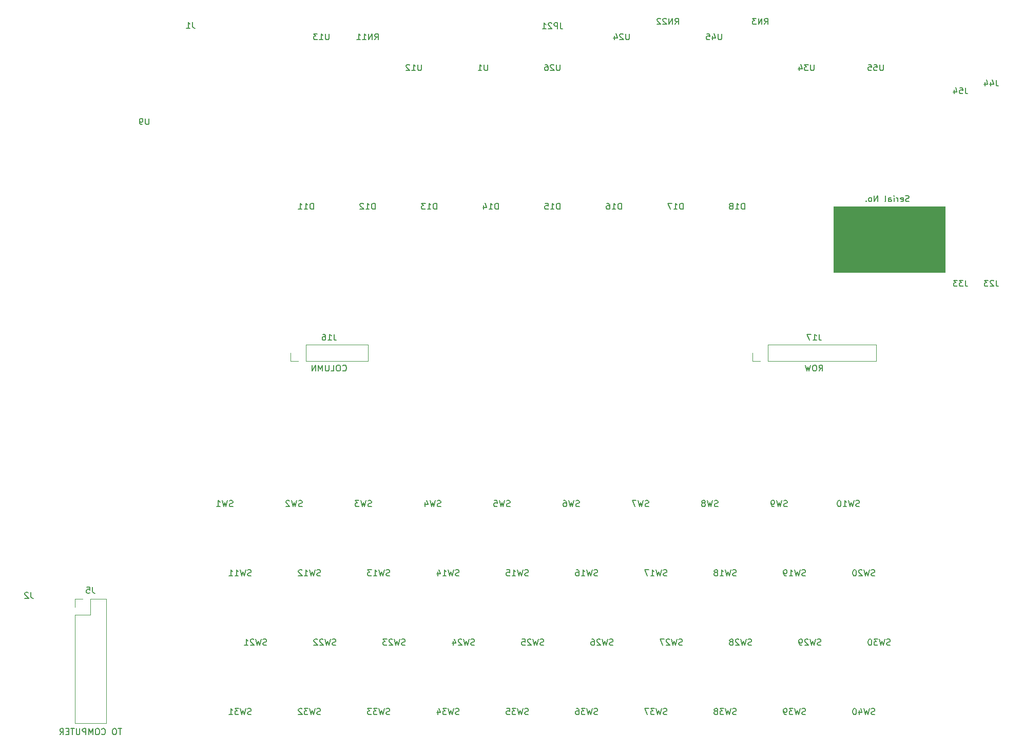
<source format=gbo>
G04 #@! TF.GenerationSoftware,KiCad,Pcbnew,(5.1.2-1)-1*
G04 #@! TF.CreationDate,2023-07-30T18:55:40+02:00*
G04 #@! TF.ProjectId,top5x8kbd,746f7035-7838-46b6-9264-2e6b69636164,rev?*
G04 #@! TF.SameCoordinates,Original*
G04 #@! TF.FileFunction,Legend,Bot*
G04 #@! TF.FilePolarity,Positive*
%FSLAX46Y46*%
G04 Gerber Fmt 4.6, Leading zero omitted, Abs format (unit mm)*
G04 Created by KiCad (PCBNEW (5.1.2-1)-1) date 2023-07-30 18:55:40*
%MOMM*%
%LPD*%
G04 APERTURE LIST*
%ADD10C,0.100000*%
%ADD11C,0.150000*%
%ADD12C,0.120000*%
%ADD13O,1.702000X1.702000*%
%ADD14R,1.702000X1.702000*%
%ADD15C,2.102000*%
%ADD16R,2.102000X2.102000*%
%ADD17C,4.602000*%
%ADD18C,4.102000*%
%ADD19C,1.702000*%
%ADD20O,1.829200X1.829200*%
%ADD21R,1.829200X1.829200*%
%ADD22O,1.802000X1.802000*%
%ADD23R,1.802000X1.802000*%
%ADD24O,1.602000X1.602000*%
%ADD25R,1.602000X1.602000*%
%ADD26C,3.302000*%
%ADD27C,5.702000*%
G04 APERTURE END LIST*
D10*
G36*
X172720000Y-56515000D02*
G01*
X154305000Y-56515000D01*
X154305000Y-45720000D01*
X172720000Y-45720000D01*
X172720000Y-56515000D01*
G37*
X172720000Y-56515000D02*
X154305000Y-56515000D01*
X154305000Y-45720000D01*
X172720000Y-45720000D01*
X172720000Y-56515000D01*
D11*
X166766428Y-44854761D02*
X166623571Y-44902380D01*
X166385476Y-44902380D01*
X166290238Y-44854761D01*
X166242619Y-44807142D01*
X166195000Y-44711904D01*
X166195000Y-44616666D01*
X166242619Y-44521428D01*
X166290238Y-44473809D01*
X166385476Y-44426190D01*
X166575952Y-44378571D01*
X166671190Y-44330952D01*
X166718809Y-44283333D01*
X166766428Y-44188095D01*
X166766428Y-44092857D01*
X166718809Y-43997619D01*
X166671190Y-43950000D01*
X166575952Y-43902380D01*
X166337857Y-43902380D01*
X166195000Y-43950000D01*
X165385476Y-44854761D02*
X165480714Y-44902380D01*
X165671190Y-44902380D01*
X165766428Y-44854761D01*
X165814047Y-44759523D01*
X165814047Y-44378571D01*
X165766428Y-44283333D01*
X165671190Y-44235714D01*
X165480714Y-44235714D01*
X165385476Y-44283333D01*
X165337857Y-44378571D01*
X165337857Y-44473809D01*
X165814047Y-44569047D01*
X164909285Y-44902380D02*
X164909285Y-44235714D01*
X164909285Y-44426190D02*
X164861666Y-44330952D01*
X164814047Y-44283333D01*
X164718809Y-44235714D01*
X164623571Y-44235714D01*
X164290238Y-44902380D02*
X164290238Y-44235714D01*
X164290238Y-43902380D02*
X164337857Y-43950000D01*
X164290238Y-43997619D01*
X164242619Y-43950000D01*
X164290238Y-43902380D01*
X164290238Y-43997619D01*
X163385476Y-44902380D02*
X163385476Y-44378571D01*
X163433095Y-44283333D01*
X163528333Y-44235714D01*
X163718809Y-44235714D01*
X163814047Y-44283333D01*
X163385476Y-44854761D02*
X163480714Y-44902380D01*
X163718809Y-44902380D01*
X163814047Y-44854761D01*
X163861666Y-44759523D01*
X163861666Y-44664285D01*
X163814047Y-44569047D01*
X163718809Y-44521428D01*
X163480714Y-44521428D01*
X163385476Y-44473809D01*
X162766428Y-44902380D02*
X162861666Y-44854761D01*
X162909285Y-44759523D01*
X162909285Y-43902380D01*
X161623571Y-44902380D02*
X161623571Y-43902380D01*
X161052142Y-44902380D01*
X161052142Y-43902380D01*
X160433095Y-44902380D02*
X160528333Y-44854761D01*
X160575952Y-44807142D01*
X160623571Y-44711904D01*
X160623571Y-44426190D01*
X160575952Y-44330952D01*
X160528333Y-44283333D01*
X160433095Y-44235714D01*
X160290238Y-44235714D01*
X160195000Y-44283333D01*
X160147380Y-44330952D01*
X160099761Y-44426190D01*
X160099761Y-44711904D01*
X160147380Y-44807142D01*
X160195000Y-44854761D01*
X160290238Y-44902380D01*
X160433095Y-44902380D01*
X159671190Y-44807142D02*
X159623571Y-44854761D01*
X159671190Y-44902380D01*
X159718809Y-44854761D01*
X159671190Y-44807142D01*
X159671190Y-44902380D01*
D12*
X140910000Y-69850000D02*
X140910000Y-71180000D01*
X140910000Y-71180000D02*
X142240000Y-71180000D01*
X143510000Y-71180000D02*
X161350000Y-71180000D01*
X161350000Y-68520000D02*
X161350000Y-71180000D01*
X143510000Y-68520000D02*
X161350000Y-68520000D01*
X143510000Y-68520000D02*
X143510000Y-71180000D01*
X64710000Y-69850000D02*
X64710000Y-71180000D01*
X64710000Y-71180000D02*
X66040000Y-71180000D01*
X67310000Y-71180000D02*
X77530000Y-71180000D01*
X77530000Y-68520000D02*
X77530000Y-71180000D01*
X67310000Y-68520000D02*
X77530000Y-68520000D01*
X67310000Y-68520000D02*
X67310000Y-71180000D01*
X30480000Y-110430000D02*
X29150000Y-110430000D01*
X29150000Y-110430000D02*
X29150000Y-111760000D01*
X31750000Y-110430000D02*
X31750000Y-113030000D01*
X31750000Y-113030000D02*
X29150000Y-113030000D01*
X29150000Y-113030000D02*
X29150000Y-130870000D01*
X34350000Y-130870000D02*
X29150000Y-130870000D01*
X34350000Y-110430000D02*
X34350000Y-130870000D01*
X34350000Y-110430000D02*
X31750000Y-110430000D01*
D11*
X109259523Y-15432380D02*
X109259523Y-16146666D01*
X109307142Y-16289523D01*
X109402380Y-16384761D01*
X109545238Y-16432380D01*
X109640476Y-16432380D01*
X108783333Y-16432380D02*
X108783333Y-15432380D01*
X108402380Y-15432380D01*
X108307142Y-15480000D01*
X108259523Y-15527619D01*
X108211904Y-15622857D01*
X108211904Y-15765714D01*
X108259523Y-15860952D01*
X108307142Y-15908571D01*
X108402380Y-15956190D01*
X108783333Y-15956190D01*
X107830952Y-15527619D02*
X107783333Y-15480000D01*
X107688095Y-15432380D01*
X107450000Y-15432380D01*
X107354761Y-15480000D01*
X107307142Y-15527619D01*
X107259523Y-15622857D01*
X107259523Y-15718095D01*
X107307142Y-15860952D01*
X107878571Y-16432380D01*
X107259523Y-16432380D01*
X106307142Y-16432380D02*
X106878571Y-16432380D01*
X106592857Y-16432380D02*
X106592857Y-15432380D01*
X106688095Y-15575238D01*
X106783333Y-15670476D01*
X106878571Y-15718095D01*
X109188095Y-22312380D02*
X109188095Y-23121904D01*
X109140476Y-23217142D01*
X109092857Y-23264761D01*
X108997619Y-23312380D01*
X108807142Y-23312380D01*
X108711904Y-23264761D01*
X108664285Y-23217142D01*
X108616666Y-23121904D01*
X108616666Y-22312380D01*
X108188095Y-22407619D02*
X108140476Y-22360000D01*
X108045238Y-22312380D01*
X107807142Y-22312380D01*
X107711904Y-22360000D01*
X107664285Y-22407619D01*
X107616666Y-22502857D01*
X107616666Y-22598095D01*
X107664285Y-22740952D01*
X108235714Y-23312380D01*
X107616666Y-23312380D01*
X106759523Y-22312380D02*
X106950000Y-22312380D01*
X107045238Y-22360000D01*
X107092857Y-22407619D01*
X107188095Y-22550476D01*
X107235714Y-22740952D01*
X107235714Y-23121904D01*
X107188095Y-23217142D01*
X107140476Y-23264761D01*
X107045238Y-23312380D01*
X106854761Y-23312380D01*
X106759523Y-23264761D01*
X106711904Y-23217142D01*
X106664285Y-23121904D01*
X106664285Y-22883809D01*
X106711904Y-22788571D01*
X106759523Y-22740952D01*
X106854761Y-22693333D01*
X107045238Y-22693333D01*
X107140476Y-22740952D01*
X107188095Y-22788571D01*
X107235714Y-22883809D01*
X176069523Y-26122380D02*
X176069523Y-26836666D01*
X176117142Y-26979523D01*
X176212380Y-27074761D01*
X176355238Y-27122380D01*
X176450476Y-27122380D01*
X175117142Y-26122380D02*
X175593333Y-26122380D01*
X175640952Y-26598571D01*
X175593333Y-26550952D01*
X175498095Y-26503333D01*
X175260000Y-26503333D01*
X175164761Y-26550952D01*
X175117142Y-26598571D01*
X175069523Y-26693809D01*
X175069523Y-26931904D01*
X175117142Y-27027142D01*
X175164761Y-27074761D01*
X175260000Y-27122380D01*
X175498095Y-27122380D01*
X175593333Y-27074761D01*
X175640952Y-27027142D01*
X174212380Y-26455714D02*
X174212380Y-27122380D01*
X174450476Y-26074761D02*
X174688571Y-26789047D01*
X174069523Y-26789047D01*
X176069523Y-57872380D02*
X176069523Y-58586666D01*
X176117142Y-58729523D01*
X176212380Y-58824761D01*
X176355238Y-58872380D01*
X176450476Y-58872380D01*
X175688571Y-57872380D02*
X175069523Y-57872380D01*
X175402857Y-58253333D01*
X175260000Y-58253333D01*
X175164761Y-58300952D01*
X175117142Y-58348571D01*
X175069523Y-58443809D01*
X175069523Y-58681904D01*
X175117142Y-58777142D01*
X175164761Y-58824761D01*
X175260000Y-58872380D01*
X175545714Y-58872380D01*
X175640952Y-58824761D01*
X175688571Y-58777142D01*
X174736190Y-57872380D02*
X174117142Y-57872380D01*
X174450476Y-58253333D01*
X174307619Y-58253333D01*
X174212380Y-58300952D01*
X174164761Y-58348571D01*
X174117142Y-58443809D01*
X174117142Y-58681904D01*
X174164761Y-58777142D01*
X174212380Y-58824761D01*
X174307619Y-58872380D01*
X174593333Y-58872380D01*
X174688571Y-58824761D01*
X174736190Y-58777142D01*
X142930476Y-15692380D02*
X143263809Y-15216190D01*
X143501904Y-15692380D02*
X143501904Y-14692380D01*
X143120952Y-14692380D01*
X143025714Y-14740000D01*
X142978095Y-14787619D01*
X142930476Y-14882857D01*
X142930476Y-15025714D01*
X142978095Y-15120952D01*
X143025714Y-15168571D01*
X143120952Y-15216190D01*
X143501904Y-15216190D01*
X142501904Y-15692380D02*
X142501904Y-14692380D01*
X141930476Y-15692380D01*
X141930476Y-14692380D01*
X141549523Y-14692380D02*
X140930476Y-14692380D01*
X141263809Y-15073333D01*
X141120952Y-15073333D01*
X141025714Y-15120952D01*
X140978095Y-15168571D01*
X140930476Y-15263809D01*
X140930476Y-15501904D01*
X140978095Y-15597142D01*
X141025714Y-15644761D01*
X141120952Y-15692380D01*
X141406666Y-15692380D01*
X141501904Y-15644761D01*
X141549523Y-15597142D01*
X181149523Y-24852380D02*
X181149523Y-25566666D01*
X181197142Y-25709523D01*
X181292380Y-25804761D01*
X181435238Y-25852380D01*
X181530476Y-25852380D01*
X180244761Y-25185714D02*
X180244761Y-25852380D01*
X180482857Y-24804761D02*
X180720952Y-25519047D01*
X180101904Y-25519047D01*
X179292380Y-25185714D02*
X179292380Y-25852380D01*
X179530476Y-24804761D02*
X179768571Y-25519047D01*
X179149523Y-25519047D01*
X162528095Y-22312380D02*
X162528095Y-23121904D01*
X162480476Y-23217142D01*
X162432857Y-23264761D01*
X162337619Y-23312380D01*
X162147142Y-23312380D01*
X162051904Y-23264761D01*
X162004285Y-23217142D01*
X161956666Y-23121904D01*
X161956666Y-22312380D01*
X161004285Y-22312380D02*
X161480476Y-22312380D01*
X161528095Y-22788571D01*
X161480476Y-22740952D01*
X161385238Y-22693333D01*
X161147142Y-22693333D01*
X161051904Y-22740952D01*
X161004285Y-22788571D01*
X160956666Y-22883809D01*
X160956666Y-23121904D01*
X161004285Y-23217142D01*
X161051904Y-23264761D01*
X161147142Y-23312380D01*
X161385238Y-23312380D01*
X161480476Y-23264761D01*
X161528095Y-23217142D01*
X160051904Y-22312380D02*
X160528095Y-22312380D01*
X160575714Y-22788571D01*
X160528095Y-22740952D01*
X160432857Y-22693333D01*
X160194761Y-22693333D01*
X160099523Y-22740952D01*
X160051904Y-22788571D01*
X160004285Y-22883809D01*
X160004285Y-23121904D01*
X160051904Y-23217142D01*
X160099523Y-23264761D01*
X160194761Y-23312380D01*
X160432857Y-23312380D01*
X160528095Y-23264761D01*
X160575714Y-23217142D01*
X135858095Y-17232380D02*
X135858095Y-18041904D01*
X135810476Y-18137142D01*
X135762857Y-18184761D01*
X135667619Y-18232380D01*
X135477142Y-18232380D01*
X135381904Y-18184761D01*
X135334285Y-18137142D01*
X135286666Y-18041904D01*
X135286666Y-17232380D01*
X134381904Y-17565714D02*
X134381904Y-18232380D01*
X134620000Y-17184761D02*
X134858095Y-17899047D01*
X134239047Y-17899047D01*
X133381904Y-17232380D02*
X133858095Y-17232380D01*
X133905714Y-17708571D01*
X133858095Y-17660952D01*
X133762857Y-17613333D01*
X133524761Y-17613333D01*
X133429523Y-17660952D01*
X133381904Y-17708571D01*
X133334285Y-17803809D01*
X133334285Y-18041904D01*
X133381904Y-18137142D01*
X133429523Y-18184761D01*
X133524761Y-18232380D01*
X133762857Y-18232380D01*
X133858095Y-18184761D01*
X133905714Y-18137142D01*
X151098095Y-22312380D02*
X151098095Y-23121904D01*
X151050476Y-23217142D01*
X151002857Y-23264761D01*
X150907619Y-23312380D01*
X150717142Y-23312380D01*
X150621904Y-23264761D01*
X150574285Y-23217142D01*
X150526666Y-23121904D01*
X150526666Y-22312380D01*
X150145714Y-22312380D02*
X149526666Y-22312380D01*
X149860000Y-22693333D01*
X149717142Y-22693333D01*
X149621904Y-22740952D01*
X149574285Y-22788571D01*
X149526666Y-22883809D01*
X149526666Y-23121904D01*
X149574285Y-23217142D01*
X149621904Y-23264761D01*
X149717142Y-23312380D01*
X150002857Y-23312380D01*
X150098095Y-23264761D01*
X150145714Y-23217142D01*
X148669523Y-22645714D02*
X148669523Y-23312380D01*
X148907619Y-22264761D02*
X149145714Y-22979047D01*
X148526666Y-22979047D01*
X120618095Y-17232380D02*
X120618095Y-18041904D01*
X120570476Y-18137142D01*
X120522857Y-18184761D01*
X120427619Y-18232380D01*
X120237142Y-18232380D01*
X120141904Y-18184761D01*
X120094285Y-18137142D01*
X120046666Y-18041904D01*
X120046666Y-17232380D01*
X119618095Y-17327619D02*
X119570476Y-17280000D01*
X119475238Y-17232380D01*
X119237142Y-17232380D01*
X119141904Y-17280000D01*
X119094285Y-17327619D01*
X119046666Y-17422857D01*
X119046666Y-17518095D01*
X119094285Y-17660952D01*
X119665714Y-18232380D01*
X119046666Y-18232380D01*
X118189523Y-17565714D02*
X118189523Y-18232380D01*
X118427619Y-17184761D02*
X118665714Y-17899047D01*
X118046666Y-17899047D01*
X71088095Y-17232380D02*
X71088095Y-18041904D01*
X71040476Y-18137142D01*
X70992857Y-18184761D01*
X70897619Y-18232380D01*
X70707142Y-18232380D01*
X70611904Y-18184761D01*
X70564285Y-18137142D01*
X70516666Y-18041904D01*
X70516666Y-17232380D01*
X69516666Y-18232380D02*
X70088095Y-18232380D01*
X69802380Y-18232380D02*
X69802380Y-17232380D01*
X69897619Y-17375238D01*
X69992857Y-17470476D01*
X70088095Y-17518095D01*
X69183333Y-17232380D02*
X68564285Y-17232380D01*
X68897619Y-17613333D01*
X68754761Y-17613333D01*
X68659523Y-17660952D01*
X68611904Y-17708571D01*
X68564285Y-17803809D01*
X68564285Y-18041904D01*
X68611904Y-18137142D01*
X68659523Y-18184761D01*
X68754761Y-18232380D01*
X69040476Y-18232380D01*
X69135714Y-18184761D01*
X69183333Y-18137142D01*
X86328095Y-22312380D02*
X86328095Y-23121904D01*
X86280476Y-23217142D01*
X86232857Y-23264761D01*
X86137619Y-23312380D01*
X85947142Y-23312380D01*
X85851904Y-23264761D01*
X85804285Y-23217142D01*
X85756666Y-23121904D01*
X85756666Y-22312380D01*
X84756666Y-23312380D02*
X85328095Y-23312380D01*
X85042380Y-23312380D02*
X85042380Y-22312380D01*
X85137619Y-22455238D01*
X85232857Y-22550476D01*
X85328095Y-22598095D01*
X84375714Y-22407619D02*
X84328095Y-22360000D01*
X84232857Y-22312380D01*
X83994761Y-22312380D01*
X83899523Y-22360000D01*
X83851904Y-22407619D01*
X83804285Y-22502857D01*
X83804285Y-22598095D01*
X83851904Y-22740952D01*
X84423333Y-23312380D01*
X83804285Y-23312380D01*
X41401904Y-31202380D02*
X41401904Y-32011904D01*
X41354285Y-32107142D01*
X41306666Y-32154761D01*
X41211428Y-32202380D01*
X41020952Y-32202380D01*
X40925714Y-32154761D01*
X40878095Y-32107142D01*
X40830476Y-32011904D01*
X40830476Y-31202380D01*
X40306666Y-32202380D02*
X40116190Y-32202380D01*
X40020952Y-32154761D01*
X39973333Y-32107142D01*
X39878095Y-31964285D01*
X39830476Y-31773809D01*
X39830476Y-31392857D01*
X39878095Y-31297619D01*
X39925714Y-31250000D01*
X40020952Y-31202380D01*
X40211428Y-31202380D01*
X40306666Y-31250000D01*
X40354285Y-31297619D01*
X40401904Y-31392857D01*
X40401904Y-31630952D01*
X40354285Y-31726190D01*
X40306666Y-31773809D01*
X40211428Y-31821428D01*
X40020952Y-31821428D01*
X39925714Y-31773809D01*
X39878095Y-31726190D01*
X39830476Y-31630952D01*
X97281904Y-22312380D02*
X97281904Y-23121904D01*
X97234285Y-23217142D01*
X97186666Y-23264761D01*
X97091428Y-23312380D01*
X96900952Y-23312380D01*
X96805714Y-23264761D01*
X96758095Y-23217142D01*
X96710476Y-23121904D01*
X96710476Y-22312380D01*
X95710476Y-23312380D02*
X96281904Y-23312380D01*
X95996190Y-23312380D02*
X95996190Y-22312380D01*
X96091428Y-22455238D01*
X96186666Y-22550476D01*
X96281904Y-22598095D01*
X128166666Y-15692380D02*
X128500000Y-15216190D01*
X128738095Y-15692380D02*
X128738095Y-14692380D01*
X128357142Y-14692380D01*
X128261904Y-14740000D01*
X128214285Y-14787619D01*
X128166666Y-14882857D01*
X128166666Y-15025714D01*
X128214285Y-15120952D01*
X128261904Y-15168571D01*
X128357142Y-15216190D01*
X128738095Y-15216190D01*
X127738095Y-15692380D02*
X127738095Y-14692380D01*
X127166666Y-15692380D01*
X127166666Y-14692380D01*
X126738095Y-14787619D02*
X126690476Y-14740000D01*
X126595238Y-14692380D01*
X126357142Y-14692380D01*
X126261904Y-14740000D01*
X126214285Y-14787619D01*
X126166666Y-14882857D01*
X126166666Y-14978095D01*
X126214285Y-15120952D01*
X126785714Y-15692380D01*
X126166666Y-15692380D01*
X125785714Y-14787619D02*
X125738095Y-14740000D01*
X125642857Y-14692380D01*
X125404761Y-14692380D01*
X125309523Y-14740000D01*
X125261904Y-14787619D01*
X125214285Y-14882857D01*
X125214285Y-14978095D01*
X125261904Y-15120952D01*
X125833333Y-15692380D01*
X125214285Y-15692380D01*
X48593333Y-15327380D02*
X48593333Y-16041666D01*
X48640952Y-16184523D01*
X48736190Y-16279761D01*
X48879047Y-16327380D01*
X48974285Y-16327380D01*
X47593333Y-16327380D02*
X48164761Y-16327380D01*
X47879047Y-16327380D02*
X47879047Y-15327380D01*
X47974285Y-15470238D01*
X48069523Y-15565476D01*
X48164761Y-15613095D01*
X151939523Y-66762380D02*
X151939523Y-67476666D01*
X151987142Y-67619523D01*
X152082380Y-67714761D01*
X152225238Y-67762380D01*
X152320476Y-67762380D01*
X150939523Y-67762380D02*
X151510952Y-67762380D01*
X151225238Y-67762380D02*
X151225238Y-66762380D01*
X151320476Y-66905238D01*
X151415714Y-67000476D01*
X151510952Y-67048095D01*
X150606190Y-66762380D02*
X149939523Y-66762380D01*
X150368095Y-67762380D01*
X151915714Y-72842380D02*
X152249047Y-72366190D01*
X152487142Y-72842380D02*
X152487142Y-71842380D01*
X152106190Y-71842380D01*
X152010952Y-71890000D01*
X151963333Y-71937619D01*
X151915714Y-72032857D01*
X151915714Y-72175714D01*
X151963333Y-72270952D01*
X152010952Y-72318571D01*
X152106190Y-72366190D01*
X152487142Y-72366190D01*
X151296666Y-71842380D02*
X151106190Y-71842380D01*
X151010952Y-71890000D01*
X150915714Y-71985238D01*
X150868095Y-72175714D01*
X150868095Y-72509047D01*
X150915714Y-72699523D01*
X151010952Y-72794761D01*
X151106190Y-72842380D01*
X151296666Y-72842380D01*
X151391904Y-72794761D01*
X151487142Y-72699523D01*
X151534761Y-72509047D01*
X151534761Y-72175714D01*
X151487142Y-71985238D01*
X151391904Y-71890000D01*
X151296666Y-71842380D01*
X150534761Y-71842380D02*
X150296666Y-72842380D01*
X150106190Y-72128095D01*
X149915714Y-72842380D01*
X149677619Y-71842380D01*
X71929523Y-66762380D02*
X71929523Y-67476666D01*
X71977142Y-67619523D01*
X72072380Y-67714761D01*
X72215238Y-67762380D01*
X72310476Y-67762380D01*
X70929523Y-67762380D02*
X71500952Y-67762380D01*
X71215238Y-67762380D02*
X71215238Y-66762380D01*
X71310476Y-66905238D01*
X71405714Y-67000476D01*
X71500952Y-67048095D01*
X70072380Y-66762380D02*
X70262857Y-66762380D01*
X70358095Y-66810000D01*
X70405714Y-66857619D01*
X70500952Y-67000476D01*
X70548571Y-67190952D01*
X70548571Y-67571904D01*
X70500952Y-67667142D01*
X70453333Y-67714761D01*
X70358095Y-67762380D01*
X70167619Y-67762380D01*
X70072380Y-67714761D01*
X70024761Y-67667142D01*
X69977142Y-67571904D01*
X69977142Y-67333809D01*
X70024761Y-67238571D01*
X70072380Y-67190952D01*
X70167619Y-67143333D01*
X70358095Y-67143333D01*
X70453333Y-67190952D01*
X70500952Y-67238571D01*
X70548571Y-67333809D01*
X73358095Y-72747142D02*
X73405714Y-72794761D01*
X73548571Y-72842380D01*
X73643809Y-72842380D01*
X73786666Y-72794761D01*
X73881904Y-72699523D01*
X73929523Y-72604285D01*
X73977142Y-72413809D01*
X73977142Y-72270952D01*
X73929523Y-72080476D01*
X73881904Y-71985238D01*
X73786666Y-71890000D01*
X73643809Y-71842380D01*
X73548571Y-71842380D01*
X73405714Y-71890000D01*
X73358095Y-71937619D01*
X72739047Y-71842380D02*
X72548571Y-71842380D01*
X72453333Y-71890000D01*
X72358095Y-71985238D01*
X72310476Y-72175714D01*
X72310476Y-72509047D01*
X72358095Y-72699523D01*
X72453333Y-72794761D01*
X72548571Y-72842380D01*
X72739047Y-72842380D01*
X72834285Y-72794761D01*
X72929523Y-72699523D01*
X72977142Y-72509047D01*
X72977142Y-72175714D01*
X72929523Y-71985238D01*
X72834285Y-71890000D01*
X72739047Y-71842380D01*
X71405714Y-72842380D02*
X71881904Y-72842380D01*
X71881904Y-71842380D01*
X71072380Y-71842380D02*
X71072380Y-72651904D01*
X71024761Y-72747142D01*
X70977142Y-72794761D01*
X70881904Y-72842380D01*
X70691428Y-72842380D01*
X70596190Y-72794761D01*
X70548571Y-72747142D01*
X70500952Y-72651904D01*
X70500952Y-71842380D01*
X70024761Y-72842380D02*
X70024761Y-71842380D01*
X69691428Y-72556666D01*
X69358095Y-71842380D01*
X69358095Y-72842380D01*
X68881904Y-72842380D02*
X68881904Y-71842380D01*
X68310476Y-72842380D01*
X68310476Y-71842380D01*
X139644285Y-46172380D02*
X139644285Y-45172380D01*
X139406190Y-45172380D01*
X139263333Y-45220000D01*
X139168095Y-45315238D01*
X139120476Y-45410476D01*
X139072857Y-45600952D01*
X139072857Y-45743809D01*
X139120476Y-45934285D01*
X139168095Y-46029523D01*
X139263333Y-46124761D01*
X139406190Y-46172380D01*
X139644285Y-46172380D01*
X138120476Y-46172380D02*
X138691904Y-46172380D01*
X138406190Y-46172380D02*
X138406190Y-45172380D01*
X138501428Y-45315238D01*
X138596666Y-45410476D01*
X138691904Y-45458095D01*
X137549047Y-45600952D02*
X137644285Y-45553333D01*
X137691904Y-45505714D01*
X137739523Y-45410476D01*
X137739523Y-45362857D01*
X137691904Y-45267619D01*
X137644285Y-45220000D01*
X137549047Y-45172380D01*
X137358571Y-45172380D01*
X137263333Y-45220000D01*
X137215714Y-45267619D01*
X137168095Y-45362857D01*
X137168095Y-45410476D01*
X137215714Y-45505714D01*
X137263333Y-45553333D01*
X137358571Y-45600952D01*
X137549047Y-45600952D01*
X137644285Y-45648571D01*
X137691904Y-45696190D01*
X137739523Y-45791428D01*
X137739523Y-45981904D01*
X137691904Y-46077142D01*
X137644285Y-46124761D01*
X137549047Y-46172380D01*
X137358571Y-46172380D01*
X137263333Y-46124761D01*
X137215714Y-46077142D01*
X137168095Y-45981904D01*
X137168095Y-45791428D01*
X137215714Y-45696190D01*
X137263333Y-45648571D01*
X137358571Y-45600952D01*
X129484285Y-46172380D02*
X129484285Y-45172380D01*
X129246190Y-45172380D01*
X129103333Y-45220000D01*
X129008095Y-45315238D01*
X128960476Y-45410476D01*
X128912857Y-45600952D01*
X128912857Y-45743809D01*
X128960476Y-45934285D01*
X129008095Y-46029523D01*
X129103333Y-46124761D01*
X129246190Y-46172380D01*
X129484285Y-46172380D01*
X127960476Y-46172380D02*
X128531904Y-46172380D01*
X128246190Y-46172380D02*
X128246190Y-45172380D01*
X128341428Y-45315238D01*
X128436666Y-45410476D01*
X128531904Y-45458095D01*
X127627142Y-45172380D02*
X126960476Y-45172380D01*
X127389047Y-46172380D01*
X119324285Y-46172380D02*
X119324285Y-45172380D01*
X119086190Y-45172380D01*
X118943333Y-45220000D01*
X118848095Y-45315238D01*
X118800476Y-45410476D01*
X118752857Y-45600952D01*
X118752857Y-45743809D01*
X118800476Y-45934285D01*
X118848095Y-46029523D01*
X118943333Y-46124761D01*
X119086190Y-46172380D01*
X119324285Y-46172380D01*
X117800476Y-46172380D02*
X118371904Y-46172380D01*
X118086190Y-46172380D02*
X118086190Y-45172380D01*
X118181428Y-45315238D01*
X118276666Y-45410476D01*
X118371904Y-45458095D01*
X116943333Y-45172380D02*
X117133809Y-45172380D01*
X117229047Y-45220000D01*
X117276666Y-45267619D01*
X117371904Y-45410476D01*
X117419523Y-45600952D01*
X117419523Y-45981904D01*
X117371904Y-46077142D01*
X117324285Y-46124761D01*
X117229047Y-46172380D01*
X117038571Y-46172380D01*
X116943333Y-46124761D01*
X116895714Y-46077142D01*
X116848095Y-45981904D01*
X116848095Y-45743809D01*
X116895714Y-45648571D01*
X116943333Y-45600952D01*
X117038571Y-45553333D01*
X117229047Y-45553333D01*
X117324285Y-45600952D01*
X117371904Y-45648571D01*
X117419523Y-45743809D01*
X78636666Y-18232380D02*
X78970000Y-17756190D01*
X79208095Y-18232380D02*
X79208095Y-17232380D01*
X78827142Y-17232380D01*
X78731904Y-17280000D01*
X78684285Y-17327619D01*
X78636666Y-17422857D01*
X78636666Y-17565714D01*
X78684285Y-17660952D01*
X78731904Y-17708571D01*
X78827142Y-17756190D01*
X79208095Y-17756190D01*
X78208095Y-18232380D02*
X78208095Y-17232380D01*
X77636666Y-18232380D01*
X77636666Y-17232380D01*
X76636666Y-18232380D02*
X77208095Y-18232380D01*
X76922380Y-18232380D02*
X76922380Y-17232380D01*
X77017619Y-17375238D01*
X77112857Y-17470476D01*
X77208095Y-17518095D01*
X75684285Y-18232380D02*
X76255714Y-18232380D01*
X75970000Y-18232380D02*
X75970000Y-17232380D01*
X76065238Y-17375238D01*
X76160476Y-17470476D01*
X76255714Y-17518095D01*
X109164285Y-46172380D02*
X109164285Y-45172380D01*
X108926190Y-45172380D01*
X108783333Y-45220000D01*
X108688095Y-45315238D01*
X108640476Y-45410476D01*
X108592857Y-45600952D01*
X108592857Y-45743809D01*
X108640476Y-45934285D01*
X108688095Y-46029523D01*
X108783333Y-46124761D01*
X108926190Y-46172380D01*
X109164285Y-46172380D01*
X107640476Y-46172380D02*
X108211904Y-46172380D01*
X107926190Y-46172380D02*
X107926190Y-45172380D01*
X108021428Y-45315238D01*
X108116666Y-45410476D01*
X108211904Y-45458095D01*
X106735714Y-45172380D02*
X107211904Y-45172380D01*
X107259523Y-45648571D01*
X107211904Y-45600952D01*
X107116666Y-45553333D01*
X106878571Y-45553333D01*
X106783333Y-45600952D01*
X106735714Y-45648571D01*
X106688095Y-45743809D01*
X106688095Y-45981904D01*
X106735714Y-46077142D01*
X106783333Y-46124761D01*
X106878571Y-46172380D01*
X107116666Y-46172380D01*
X107211904Y-46124761D01*
X107259523Y-46077142D01*
X99004285Y-46172380D02*
X99004285Y-45172380D01*
X98766190Y-45172380D01*
X98623333Y-45220000D01*
X98528095Y-45315238D01*
X98480476Y-45410476D01*
X98432857Y-45600952D01*
X98432857Y-45743809D01*
X98480476Y-45934285D01*
X98528095Y-46029523D01*
X98623333Y-46124761D01*
X98766190Y-46172380D01*
X99004285Y-46172380D01*
X97480476Y-46172380D02*
X98051904Y-46172380D01*
X97766190Y-46172380D02*
X97766190Y-45172380D01*
X97861428Y-45315238D01*
X97956666Y-45410476D01*
X98051904Y-45458095D01*
X96623333Y-45505714D02*
X96623333Y-46172380D01*
X96861428Y-45124761D02*
X97099523Y-45839047D01*
X96480476Y-45839047D01*
X88844285Y-46172380D02*
X88844285Y-45172380D01*
X88606190Y-45172380D01*
X88463333Y-45220000D01*
X88368095Y-45315238D01*
X88320476Y-45410476D01*
X88272857Y-45600952D01*
X88272857Y-45743809D01*
X88320476Y-45934285D01*
X88368095Y-46029523D01*
X88463333Y-46124761D01*
X88606190Y-46172380D01*
X88844285Y-46172380D01*
X87320476Y-46172380D02*
X87891904Y-46172380D01*
X87606190Y-46172380D02*
X87606190Y-45172380D01*
X87701428Y-45315238D01*
X87796666Y-45410476D01*
X87891904Y-45458095D01*
X86987142Y-45172380D02*
X86368095Y-45172380D01*
X86701428Y-45553333D01*
X86558571Y-45553333D01*
X86463333Y-45600952D01*
X86415714Y-45648571D01*
X86368095Y-45743809D01*
X86368095Y-45981904D01*
X86415714Y-46077142D01*
X86463333Y-46124761D01*
X86558571Y-46172380D01*
X86844285Y-46172380D01*
X86939523Y-46124761D01*
X86987142Y-46077142D01*
X78684285Y-46172380D02*
X78684285Y-45172380D01*
X78446190Y-45172380D01*
X78303333Y-45220000D01*
X78208095Y-45315238D01*
X78160476Y-45410476D01*
X78112857Y-45600952D01*
X78112857Y-45743809D01*
X78160476Y-45934285D01*
X78208095Y-46029523D01*
X78303333Y-46124761D01*
X78446190Y-46172380D01*
X78684285Y-46172380D01*
X77160476Y-46172380D02*
X77731904Y-46172380D01*
X77446190Y-46172380D02*
X77446190Y-45172380D01*
X77541428Y-45315238D01*
X77636666Y-45410476D01*
X77731904Y-45458095D01*
X76779523Y-45267619D02*
X76731904Y-45220000D01*
X76636666Y-45172380D01*
X76398571Y-45172380D01*
X76303333Y-45220000D01*
X76255714Y-45267619D01*
X76208095Y-45362857D01*
X76208095Y-45458095D01*
X76255714Y-45600952D01*
X76827142Y-46172380D01*
X76208095Y-46172380D01*
X68524285Y-46172380D02*
X68524285Y-45172380D01*
X68286190Y-45172380D01*
X68143333Y-45220000D01*
X68048095Y-45315238D01*
X68000476Y-45410476D01*
X67952857Y-45600952D01*
X67952857Y-45743809D01*
X68000476Y-45934285D01*
X68048095Y-46029523D01*
X68143333Y-46124761D01*
X68286190Y-46172380D01*
X68524285Y-46172380D01*
X67000476Y-46172380D02*
X67571904Y-46172380D01*
X67286190Y-46172380D02*
X67286190Y-45172380D01*
X67381428Y-45315238D01*
X67476666Y-45410476D01*
X67571904Y-45458095D01*
X66048095Y-46172380D02*
X66619523Y-46172380D01*
X66333809Y-46172380D02*
X66333809Y-45172380D01*
X66429047Y-45315238D01*
X66524285Y-45410476D01*
X66619523Y-45458095D01*
X32083333Y-108442380D02*
X32083333Y-109156666D01*
X32130952Y-109299523D01*
X32226190Y-109394761D01*
X32369047Y-109442380D01*
X32464285Y-109442380D01*
X31130952Y-108442380D02*
X31607142Y-108442380D01*
X31654761Y-108918571D01*
X31607142Y-108870952D01*
X31511904Y-108823333D01*
X31273809Y-108823333D01*
X31178571Y-108870952D01*
X31130952Y-108918571D01*
X31083333Y-109013809D01*
X31083333Y-109251904D01*
X31130952Y-109347142D01*
X31178571Y-109394761D01*
X31273809Y-109442380D01*
X31511904Y-109442380D01*
X31607142Y-109394761D01*
X31654761Y-109347142D01*
X36892857Y-131762380D02*
X36321428Y-131762380D01*
X36607142Y-132762380D02*
X36607142Y-131762380D01*
X35797619Y-131762380D02*
X35607142Y-131762380D01*
X35511904Y-131810000D01*
X35416666Y-131905238D01*
X35369047Y-132095714D01*
X35369047Y-132429047D01*
X35416666Y-132619523D01*
X35511904Y-132714761D01*
X35607142Y-132762380D01*
X35797619Y-132762380D01*
X35892857Y-132714761D01*
X35988095Y-132619523D01*
X36035714Y-132429047D01*
X36035714Y-132095714D01*
X35988095Y-131905238D01*
X35892857Y-131810000D01*
X35797619Y-131762380D01*
X33607142Y-132667142D02*
X33654761Y-132714761D01*
X33797619Y-132762380D01*
X33892857Y-132762380D01*
X34035714Y-132714761D01*
X34130952Y-132619523D01*
X34178571Y-132524285D01*
X34226190Y-132333809D01*
X34226190Y-132190952D01*
X34178571Y-132000476D01*
X34130952Y-131905238D01*
X34035714Y-131810000D01*
X33892857Y-131762380D01*
X33797619Y-131762380D01*
X33654761Y-131810000D01*
X33607142Y-131857619D01*
X32988095Y-131762380D02*
X32797619Y-131762380D01*
X32702380Y-131810000D01*
X32607142Y-131905238D01*
X32559523Y-132095714D01*
X32559523Y-132429047D01*
X32607142Y-132619523D01*
X32702380Y-132714761D01*
X32797619Y-132762380D01*
X32988095Y-132762380D01*
X33083333Y-132714761D01*
X33178571Y-132619523D01*
X33226190Y-132429047D01*
X33226190Y-132095714D01*
X33178571Y-131905238D01*
X33083333Y-131810000D01*
X32988095Y-131762380D01*
X32130952Y-132762380D02*
X32130952Y-131762380D01*
X31797619Y-132476666D01*
X31464285Y-131762380D01*
X31464285Y-132762380D01*
X30988095Y-132762380D02*
X30988095Y-131762380D01*
X30607142Y-131762380D01*
X30511904Y-131810000D01*
X30464285Y-131857619D01*
X30416666Y-131952857D01*
X30416666Y-132095714D01*
X30464285Y-132190952D01*
X30511904Y-132238571D01*
X30607142Y-132286190D01*
X30988095Y-132286190D01*
X29988095Y-131762380D02*
X29988095Y-132571904D01*
X29940476Y-132667142D01*
X29892857Y-132714761D01*
X29797619Y-132762380D01*
X29607142Y-132762380D01*
X29511904Y-132714761D01*
X29464285Y-132667142D01*
X29416666Y-132571904D01*
X29416666Y-131762380D01*
X29083333Y-131762380D02*
X28511904Y-131762380D01*
X28797619Y-132762380D02*
X28797619Y-131762380D01*
X28178571Y-132238571D02*
X27845238Y-132238571D01*
X27702380Y-132762380D02*
X28178571Y-132762380D01*
X28178571Y-131762380D01*
X27702380Y-131762380D01*
X26702380Y-132762380D02*
X27035714Y-132286190D01*
X27273809Y-132762380D02*
X27273809Y-131762380D01*
X26892857Y-131762380D01*
X26797619Y-131810000D01*
X26750000Y-131857619D01*
X26702380Y-131952857D01*
X26702380Y-132095714D01*
X26750000Y-132190952D01*
X26797619Y-132238571D01*
X26892857Y-132286190D01*
X27273809Y-132286190D01*
X181149523Y-57872380D02*
X181149523Y-58586666D01*
X181197142Y-58729523D01*
X181292380Y-58824761D01*
X181435238Y-58872380D01*
X181530476Y-58872380D01*
X180720952Y-57967619D02*
X180673333Y-57920000D01*
X180578095Y-57872380D01*
X180340000Y-57872380D01*
X180244761Y-57920000D01*
X180197142Y-57967619D01*
X180149523Y-58062857D01*
X180149523Y-58158095D01*
X180197142Y-58300952D01*
X180768571Y-58872380D01*
X180149523Y-58872380D01*
X179816190Y-57872380D02*
X179197142Y-57872380D01*
X179530476Y-58253333D01*
X179387619Y-58253333D01*
X179292380Y-58300952D01*
X179244761Y-58348571D01*
X179197142Y-58443809D01*
X179197142Y-58681904D01*
X179244761Y-58777142D01*
X179292380Y-58824761D01*
X179387619Y-58872380D01*
X179673333Y-58872380D01*
X179768571Y-58824761D01*
X179816190Y-58777142D01*
X21923333Y-109307380D02*
X21923333Y-110021666D01*
X21970952Y-110164523D01*
X22066190Y-110259761D01*
X22209047Y-110307380D01*
X22304285Y-110307380D01*
X21494761Y-109402619D02*
X21447142Y-109355000D01*
X21351904Y-109307380D01*
X21113809Y-109307380D01*
X21018571Y-109355000D01*
X20970952Y-109402619D01*
X20923333Y-109497857D01*
X20923333Y-109593095D01*
X20970952Y-109735952D01*
X21542380Y-110307380D01*
X20923333Y-110307380D01*
X161119523Y-129404761D02*
X160976666Y-129452380D01*
X160738571Y-129452380D01*
X160643333Y-129404761D01*
X160595714Y-129357142D01*
X160548095Y-129261904D01*
X160548095Y-129166666D01*
X160595714Y-129071428D01*
X160643333Y-129023809D01*
X160738571Y-128976190D01*
X160929047Y-128928571D01*
X161024285Y-128880952D01*
X161071904Y-128833333D01*
X161119523Y-128738095D01*
X161119523Y-128642857D01*
X161071904Y-128547619D01*
X161024285Y-128500000D01*
X160929047Y-128452380D01*
X160690952Y-128452380D01*
X160548095Y-128500000D01*
X160214761Y-128452380D02*
X159976666Y-129452380D01*
X159786190Y-128738095D01*
X159595714Y-129452380D01*
X159357619Y-128452380D01*
X158548095Y-128785714D02*
X158548095Y-129452380D01*
X158786190Y-128404761D02*
X159024285Y-129119047D01*
X158405238Y-129119047D01*
X157833809Y-128452380D02*
X157738571Y-128452380D01*
X157643333Y-128500000D01*
X157595714Y-128547619D01*
X157548095Y-128642857D01*
X157500476Y-128833333D01*
X157500476Y-129071428D01*
X157548095Y-129261904D01*
X157595714Y-129357142D01*
X157643333Y-129404761D01*
X157738571Y-129452380D01*
X157833809Y-129452380D01*
X157929047Y-129404761D01*
X157976666Y-129357142D01*
X158024285Y-129261904D01*
X158071904Y-129071428D01*
X158071904Y-128833333D01*
X158024285Y-128642857D01*
X157976666Y-128547619D01*
X157929047Y-128500000D01*
X157833809Y-128452380D01*
X149689523Y-129404761D02*
X149546666Y-129452380D01*
X149308571Y-129452380D01*
X149213333Y-129404761D01*
X149165714Y-129357142D01*
X149118095Y-129261904D01*
X149118095Y-129166666D01*
X149165714Y-129071428D01*
X149213333Y-129023809D01*
X149308571Y-128976190D01*
X149499047Y-128928571D01*
X149594285Y-128880952D01*
X149641904Y-128833333D01*
X149689523Y-128738095D01*
X149689523Y-128642857D01*
X149641904Y-128547619D01*
X149594285Y-128500000D01*
X149499047Y-128452380D01*
X149260952Y-128452380D01*
X149118095Y-128500000D01*
X148784761Y-128452380D02*
X148546666Y-129452380D01*
X148356190Y-128738095D01*
X148165714Y-129452380D01*
X147927619Y-128452380D01*
X147641904Y-128452380D02*
X147022857Y-128452380D01*
X147356190Y-128833333D01*
X147213333Y-128833333D01*
X147118095Y-128880952D01*
X147070476Y-128928571D01*
X147022857Y-129023809D01*
X147022857Y-129261904D01*
X147070476Y-129357142D01*
X147118095Y-129404761D01*
X147213333Y-129452380D01*
X147499047Y-129452380D01*
X147594285Y-129404761D01*
X147641904Y-129357142D01*
X146546666Y-129452380D02*
X146356190Y-129452380D01*
X146260952Y-129404761D01*
X146213333Y-129357142D01*
X146118095Y-129214285D01*
X146070476Y-129023809D01*
X146070476Y-128642857D01*
X146118095Y-128547619D01*
X146165714Y-128500000D01*
X146260952Y-128452380D01*
X146451428Y-128452380D01*
X146546666Y-128500000D01*
X146594285Y-128547619D01*
X146641904Y-128642857D01*
X146641904Y-128880952D01*
X146594285Y-128976190D01*
X146546666Y-129023809D01*
X146451428Y-129071428D01*
X146260952Y-129071428D01*
X146165714Y-129023809D01*
X146118095Y-128976190D01*
X146070476Y-128880952D01*
X138259523Y-129404761D02*
X138116666Y-129452380D01*
X137878571Y-129452380D01*
X137783333Y-129404761D01*
X137735714Y-129357142D01*
X137688095Y-129261904D01*
X137688095Y-129166666D01*
X137735714Y-129071428D01*
X137783333Y-129023809D01*
X137878571Y-128976190D01*
X138069047Y-128928571D01*
X138164285Y-128880952D01*
X138211904Y-128833333D01*
X138259523Y-128738095D01*
X138259523Y-128642857D01*
X138211904Y-128547619D01*
X138164285Y-128500000D01*
X138069047Y-128452380D01*
X137830952Y-128452380D01*
X137688095Y-128500000D01*
X137354761Y-128452380D02*
X137116666Y-129452380D01*
X136926190Y-128738095D01*
X136735714Y-129452380D01*
X136497619Y-128452380D01*
X136211904Y-128452380D02*
X135592857Y-128452380D01*
X135926190Y-128833333D01*
X135783333Y-128833333D01*
X135688095Y-128880952D01*
X135640476Y-128928571D01*
X135592857Y-129023809D01*
X135592857Y-129261904D01*
X135640476Y-129357142D01*
X135688095Y-129404761D01*
X135783333Y-129452380D01*
X136069047Y-129452380D01*
X136164285Y-129404761D01*
X136211904Y-129357142D01*
X135021428Y-128880952D02*
X135116666Y-128833333D01*
X135164285Y-128785714D01*
X135211904Y-128690476D01*
X135211904Y-128642857D01*
X135164285Y-128547619D01*
X135116666Y-128500000D01*
X135021428Y-128452380D01*
X134830952Y-128452380D01*
X134735714Y-128500000D01*
X134688095Y-128547619D01*
X134640476Y-128642857D01*
X134640476Y-128690476D01*
X134688095Y-128785714D01*
X134735714Y-128833333D01*
X134830952Y-128880952D01*
X135021428Y-128880952D01*
X135116666Y-128928571D01*
X135164285Y-128976190D01*
X135211904Y-129071428D01*
X135211904Y-129261904D01*
X135164285Y-129357142D01*
X135116666Y-129404761D01*
X135021428Y-129452380D01*
X134830952Y-129452380D01*
X134735714Y-129404761D01*
X134688095Y-129357142D01*
X134640476Y-129261904D01*
X134640476Y-129071428D01*
X134688095Y-128976190D01*
X134735714Y-128928571D01*
X134830952Y-128880952D01*
X126829523Y-129404761D02*
X126686666Y-129452380D01*
X126448571Y-129452380D01*
X126353333Y-129404761D01*
X126305714Y-129357142D01*
X126258095Y-129261904D01*
X126258095Y-129166666D01*
X126305714Y-129071428D01*
X126353333Y-129023809D01*
X126448571Y-128976190D01*
X126639047Y-128928571D01*
X126734285Y-128880952D01*
X126781904Y-128833333D01*
X126829523Y-128738095D01*
X126829523Y-128642857D01*
X126781904Y-128547619D01*
X126734285Y-128500000D01*
X126639047Y-128452380D01*
X126400952Y-128452380D01*
X126258095Y-128500000D01*
X125924761Y-128452380D02*
X125686666Y-129452380D01*
X125496190Y-128738095D01*
X125305714Y-129452380D01*
X125067619Y-128452380D01*
X124781904Y-128452380D02*
X124162857Y-128452380D01*
X124496190Y-128833333D01*
X124353333Y-128833333D01*
X124258095Y-128880952D01*
X124210476Y-128928571D01*
X124162857Y-129023809D01*
X124162857Y-129261904D01*
X124210476Y-129357142D01*
X124258095Y-129404761D01*
X124353333Y-129452380D01*
X124639047Y-129452380D01*
X124734285Y-129404761D01*
X124781904Y-129357142D01*
X123829523Y-128452380D02*
X123162857Y-128452380D01*
X123591428Y-129452380D01*
X115399523Y-129404761D02*
X115256666Y-129452380D01*
X115018571Y-129452380D01*
X114923333Y-129404761D01*
X114875714Y-129357142D01*
X114828095Y-129261904D01*
X114828095Y-129166666D01*
X114875714Y-129071428D01*
X114923333Y-129023809D01*
X115018571Y-128976190D01*
X115209047Y-128928571D01*
X115304285Y-128880952D01*
X115351904Y-128833333D01*
X115399523Y-128738095D01*
X115399523Y-128642857D01*
X115351904Y-128547619D01*
X115304285Y-128500000D01*
X115209047Y-128452380D01*
X114970952Y-128452380D01*
X114828095Y-128500000D01*
X114494761Y-128452380D02*
X114256666Y-129452380D01*
X114066190Y-128738095D01*
X113875714Y-129452380D01*
X113637619Y-128452380D01*
X113351904Y-128452380D02*
X112732857Y-128452380D01*
X113066190Y-128833333D01*
X112923333Y-128833333D01*
X112828095Y-128880952D01*
X112780476Y-128928571D01*
X112732857Y-129023809D01*
X112732857Y-129261904D01*
X112780476Y-129357142D01*
X112828095Y-129404761D01*
X112923333Y-129452380D01*
X113209047Y-129452380D01*
X113304285Y-129404761D01*
X113351904Y-129357142D01*
X111875714Y-128452380D02*
X112066190Y-128452380D01*
X112161428Y-128500000D01*
X112209047Y-128547619D01*
X112304285Y-128690476D01*
X112351904Y-128880952D01*
X112351904Y-129261904D01*
X112304285Y-129357142D01*
X112256666Y-129404761D01*
X112161428Y-129452380D01*
X111970952Y-129452380D01*
X111875714Y-129404761D01*
X111828095Y-129357142D01*
X111780476Y-129261904D01*
X111780476Y-129023809D01*
X111828095Y-128928571D01*
X111875714Y-128880952D01*
X111970952Y-128833333D01*
X112161428Y-128833333D01*
X112256666Y-128880952D01*
X112304285Y-128928571D01*
X112351904Y-129023809D01*
X103969523Y-129404761D02*
X103826666Y-129452380D01*
X103588571Y-129452380D01*
X103493333Y-129404761D01*
X103445714Y-129357142D01*
X103398095Y-129261904D01*
X103398095Y-129166666D01*
X103445714Y-129071428D01*
X103493333Y-129023809D01*
X103588571Y-128976190D01*
X103779047Y-128928571D01*
X103874285Y-128880952D01*
X103921904Y-128833333D01*
X103969523Y-128738095D01*
X103969523Y-128642857D01*
X103921904Y-128547619D01*
X103874285Y-128500000D01*
X103779047Y-128452380D01*
X103540952Y-128452380D01*
X103398095Y-128500000D01*
X103064761Y-128452380D02*
X102826666Y-129452380D01*
X102636190Y-128738095D01*
X102445714Y-129452380D01*
X102207619Y-128452380D01*
X101921904Y-128452380D02*
X101302857Y-128452380D01*
X101636190Y-128833333D01*
X101493333Y-128833333D01*
X101398095Y-128880952D01*
X101350476Y-128928571D01*
X101302857Y-129023809D01*
X101302857Y-129261904D01*
X101350476Y-129357142D01*
X101398095Y-129404761D01*
X101493333Y-129452380D01*
X101779047Y-129452380D01*
X101874285Y-129404761D01*
X101921904Y-129357142D01*
X100398095Y-128452380D02*
X100874285Y-128452380D01*
X100921904Y-128928571D01*
X100874285Y-128880952D01*
X100779047Y-128833333D01*
X100540952Y-128833333D01*
X100445714Y-128880952D01*
X100398095Y-128928571D01*
X100350476Y-129023809D01*
X100350476Y-129261904D01*
X100398095Y-129357142D01*
X100445714Y-129404761D01*
X100540952Y-129452380D01*
X100779047Y-129452380D01*
X100874285Y-129404761D01*
X100921904Y-129357142D01*
X92539523Y-129404761D02*
X92396666Y-129452380D01*
X92158571Y-129452380D01*
X92063333Y-129404761D01*
X92015714Y-129357142D01*
X91968095Y-129261904D01*
X91968095Y-129166666D01*
X92015714Y-129071428D01*
X92063333Y-129023809D01*
X92158571Y-128976190D01*
X92349047Y-128928571D01*
X92444285Y-128880952D01*
X92491904Y-128833333D01*
X92539523Y-128738095D01*
X92539523Y-128642857D01*
X92491904Y-128547619D01*
X92444285Y-128500000D01*
X92349047Y-128452380D01*
X92110952Y-128452380D01*
X91968095Y-128500000D01*
X91634761Y-128452380D02*
X91396666Y-129452380D01*
X91206190Y-128738095D01*
X91015714Y-129452380D01*
X90777619Y-128452380D01*
X90491904Y-128452380D02*
X89872857Y-128452380D01*
X90206190Y-128833333D01*
X90063333Y-128833333D01*
X89968095Y-128880952D01*
X89920476Y-128928571D01*
X89872857Y-129023809D01*
X89872857Y-129261904D01*
X89920476Y-129357142D01*
X89968095Y-129404761D01*
X90063333Y-129452380D01*
X90349047Y-129452380D01*
X90444285Y-129404761D01*
X90491904Y-129357142D01*
X89015714Y-128785714D02*
X89015714Y-129452380D01*
X89253809Y-128404761D02*
X89491904Y-129119047D01*
X88872857Y-129119047D01*
X81109523Y-129404761D02*
X80966666Y-129452380D01*
X80728571Y-129452380D01*
X80633333Y-129404761D01*
X80585714Y-129357142D01*
X80538095Y-129261904D01*
X80538095Y-129166666D01*
X80585714Y-129071428D01*
X80633333Y-129023809D01*
X80728571Y-128976190D01*
X80919047Y-128928571D01*
X81014285Y-128880952D01*
X81061904Y-128833333D01*
X81109523Y-128738095D01*
X81109523Y-128642857D01*
X81061904Y-128547619D01*
X81014285Y-128500000D01*
X80919047Y-128452380D01*
X80680952Y-128452380D01*
X80538095Y-128500000D01*
X80204761Y-128452380D02*
X79966666Y-129452380D01*
X79776190Y-128738095D01*
X79585714Y-129452380D01*
X79347619Y-128452380D01*
X79061904Y-128452380D02*
X78442857Y-128452380D01*
X78776190Y-128833333D01*
X78633333Y-128833333D01*
X78538095Y-128880952D01*
X78490476Y-128928571D01*
X78442857Y-129023809D01*
X78442857Y-129261904D01*
X78490476Y-129357142D01*
X78538095Y-129404761D01*
X78633333Y-129452380D01*
X78919047Y-129452380D01*
X79014285Y-129404761D01*
X79061904Y-129357142D01*
X78109523Y-128452380D02*
X77490476Y-128452380D01*
X77823809Y-128833333D01*
X77680952Y-128833333D01*
X77585714Y-128880952D01*
X77538095Y-128928571D01*
X77490476Y-129023809D01*
X77490476Y-129261904D01*
X77538095Y-129357142D01*
X77585714Y-129404761D01*
X77680952Y-129452380D01*
X77966666Y-129452380D01*
X78061904Y-129404761D01*
X78109523Y-129357142D01*
X69679523Y-129404761D02*
X69536666Y-129452380D01*
X69298571Y-129452380D01*
X69203333Y-129404761D01*
X69155714Y-129357142D01*
X69108095Y-129261904D01*
X69108095Y-129166666D01*
X69155714Y-129071428D01*
X69203333Y-129023809D01*
X69298571Y-128976190D01*
X69489047Y-128928571D01*
X69584285Y-128880952D01*
X69631904Y-128833333D01*
X69679523Y-128738095D01*
X69679523Y-128642857D01*
X69631904Y-128547619D01*
X69584285Y-128500000D01*
X69489047Y-128452380D01*
X69250952Y-128452380D01*
X69108095Y-128500000D01*
X68774761Y-128452380D02*
X68536666Y-129452380D01*
X68346190Y-128738095D01*
X68155714Y-129452380D01*
X67917619Y-128452380D01*
X67631904Y-128452380D02*
X67012857Y-128452380D01*
X67346190Y-128833333D01*
X67203333Y-128833333D01*
X67108095Y-128880952D01*
X67060476Y-128928571D01*
X67012857Y-129023809D01*
X67012857Y-129261904D01*
X67060476Y-129357142D01*
X67108095Y-129404761D01*
X67203333Y-129452380D01*
X67489047Y-129452380D01*
X67584285Y-129404761D01*
X67631904Y-129357142D01*
X66631904Y-128547619D02*
X66584285Y-128500000D01*
X66489047Y-128452380D01*
X66250952Y-128452380D01*
X66155714Y-128500000D01*
X66108095Y-128547619D01*
X66060476Y-128642857D01*
X66060476Y-128738095D01*
X66108095Y-128880952D01*
X66679523Y-129452380D01*
X66060476Y-129452380D01*
X58249523Y-129404761D02*
X58106666Y-129452380D01*
X57868571Y-129452380D01*
X57773333Y-129404761D01*
X57725714Y-129357142D01*
X57678095Y-129261904D01*
X57678095Y-129166666D01*
X57725714Y-129071428D01*
X57773333Y-129023809D01*
X57868571Y-128976190D01*
X58059047Y-128928571D01*
X58154285Y-128880952D01*
X58201904Y-128833333D01*
X58249523Y-128738095D01*
X58249523Y-128642857D01*
X58201904Y-128547619D01*
X58154285Y-128500000D01*
X58059047Y-128452380D01*
X57820952Y-128452380D01*
X57678095Y-128500000D01*
X57344761Y-128452380D02*
X57106666Y-129452380D01*
X56916190Y-128738095D01*
X56725714Y-129452380D01*
X56487619Y-128452380D01*
X56201904Y-128452380D02*
X55582857Y-128452380D01*
X55916190Y-128833333D01*
X55773333Y-128833333D01*
X55678095Y-128880952D01*
X55630476Y-128928571D01*
X55582857Y-129023809D01*
X55582857Y-129261904D01*
X55630476Y-129357142D01*
X55678095Y-129404761D01*
X55773333Y-129452380D01*
X56059047Y-129452380D01*
X56154285Y-129404761D01*
X56201904Y-129357142D01*
X54630476Y-129452380D02*
X55201904Y-129452380D01*
X54916190Y-129452380D02*
X54916190Y-128452380D01*
X55011428Y-128595238D01*
X55106666Y-128690476D01*
X55201904Y-128738095D01*
X163659523Y-117974761D02*
X163516666Y-118022380D01*
X163278571Y-118022380D01*
X163183333Y-117974761D01*
X163135714Y-117927142D01*
X163088095Y-117831904D01*
X163088095Y-117736666D01*
X163135714Y-117641428D01*
X163183333Y-117593809D01*
X163278571Y-117546190D01*
X163469047Y-117498571D01*
X163564285Y-117450952D01*
X163611904Y-117403333D01*
X163659523Y-117308095D01*
X163659523Y-117212857D01*
X163611904Y-117117619D01*
X163564285Y-117070000D01*
X163469047Y-117022380D01*
X163230952Y-117022380D01*
X163088095Y-117070000D01*
X162754761Y-117022380D02*
X162516666Y-118022380D01*
X162326190Y-117308095D01*
X162135714Y-118022380D01*
X161897619Y-117022380D01*
X161611904Y-117022380D02*
X160992857Y-117022380D01*
X161326190Y-117403333D01*
X161183333Y-117403333D01*
X161088095Y-117450952D01*
X161040476Y-117498571D01*
X160992857Y-117593809D01*
X160992857Y-117831904D01*
X161040476Y-117927142D01*
X161088095Y-117974761D01*
X161183333Y-118022380D01*
X161469047Y-118022380D01*
X161564285Y-117974761D01*
X161611904Y-117927142D01*
X160373809Y-117022380D02*
X160278571Y-117022380D01*
X160183333Y-117070000D01*
X160135714Y-117117619D01*
X160088095Y-117212857D01*
X160040476Y-117403333D01*
X160040476Y-117641428D01*
X160088095Y-117831904D01*
X160135714Y-117927142D01*
X160183333Y-117974761D01*
X160278571Y-118022380D01*
X160373809Y-118022380D01*
X160469047Y-117974761D01*
X160516666Y-117927142D01*
X160564285Y-117831904D01*
X160611904Y-117641428D01*
X160611904Y-117403333D01*
X160564285Y-117212857D01*
X160516666Y-117117619D01*
X160469047Y-117070000D01*
X160373809Y-117022380D01*
X152229523Y-117974761D02*
X152086666Y-118022380D01*
X151848571Y-118022380D01*
X151753333Y-117974761D01*
X151705714Y-117927142D01*
X151658095Y-117831904D01*
X151658095Y-117736666D01*
X151705714Y-117641428D01*
X151753333Y-117593809D01*
X151848571Y-117546190D01*
X152039047Y-117498571D01*
X152134285Y-117450952D01*
X152181904Y-117403333D01*
X152229523Y-117308095D01*
X152229523Y-117212857D01*
X152181904Y-117117619D01*
X152134285Y-117070000D01*
X152039047Y-117022380D01*
X151800952Y-117022380D01*
X151658095Y-117070000D01*
X151324761Y-117022380D02*
X151086666Y-118022380D01*
X150896190Y-117308095D01*
X150705714Y-118022380D01*
X150467619Y-117022380D01*
X150134285Y-117117619D02*
X150086666Y-117070000D01*
X149991428Y-117022380D01*
X149753333Y-117022380D01*
X149658095Y-117070000D01*
X149610476Y-117117619D01*
X149562857Y-117212857D01*
X149562857Y-117308095D01*
X149610476Y-117450952D01*
X150181904Y-118022380D01*
X149562857Y-118022380D01*
X149086666Y-118022380D02*
X148896190Y-118022380D01*
X148800952Y-117974761D01*
X148753333Y-117927142D01*
X148658095Y-117784285D01*
X148610476Y-117593809D01*
X148610476Y-117212857D01*
X148658095Y-117117619D01*
X148705714Y-117070000D01*
X148800952Y-117022380D01*
X148991428Y-117022380D01*
X149086666Y-117070000D01*
X149134285Y-117117619D01*
X149181904Y-117212857D01*
X149181904Y-117450952D01*
X149134285Y-117546190D01*
X149086666Y-117593809D01*
X148991428Y-117641428D01*
X148800952Y-117641428D01*
X148705714Y-117593809D01*
X148658095Y-117546190D01*
X148610476Y-117450952D01*
X140799523Y-117974761D02*
X140656666Y-118022380D01*
X140418571Y-118022380D01*
X140323333Y-117974761D01*
X140275714Y-117927142D01*
X140228095Y-117831904D01*
X140228095Y-117736666D01*
X140275714Y-117641428D01*
X140323333Y-117593809D01*
X140418571Y-117546190D01*
X140609047Y-117498571D01*
X140704285Y-117450952D01*
X140751904Y-117403333D01*
X140799523Y-117308095D01*
X140799523Y-117212857D01*
X140751904Y-117117619D01*
X140704285Y-117070000D01*
X140609047Y-117022380D01*
X140370952Y-117022380D01*
X140228095Y-117070000D01*
X139894761Y-117022380D02*
X139656666Y-118022380D01*
X139466190Y-117308095D01*
X139275714Y-118022380D01*
X139037619Y-117022380D01*
X138704285Y-117117619D02*
X138656666Y-117070000D01*
X138561428Y-117022380D01*
X138323333Y-117022380D01*
X138228095Y-117070000D01*
X138180476Y-117117619D01*
X138132857Y-117212857D01*
X138132857Y-117308095D01*
X138180476Y-117450952D01*
X138751904Y-118022380D01*
X138132857Y-118022380D01*
X137561428Y-117450952D02*
X137656666Y-117403333D01*
X137704285Y-117355714D01*
X137751904Y-117260476D01*
X137751904Y-117212857D01*
X137704285Y-117117619D01*
X137656666Y-117070000D01*
X137561428Y-117022380D01*
X137370952Y-117022380D01*
X137275714Y-117070000D01*
X137228095Y-117117619D01*
X137180476Y-117212857D01*
X137180476Y-117260476D01*
X137228095Y-117355714D01*
X137275714Y-117403333D01*
X137370952Y-117450952D01*
X137561428Y-117450952D01*
X137656666Y-117498571D01*
X137704285Y-117546190D01*
X137751904Y-117641428D01*
X137751904Y-117831904D01*
X137704285Y-117927142D01*
X137656666Y-117974761D01*
X137561428Y-118022380D01*
X137370952Y-118022380D01*
X137275714Y-117974761D01*
X137228095Y-117927142D01*
X137180476Y-117831904D01*
X137180476Y-117641428D01*
X137228095Y-117546190D01*
X137275714Y-117498571D01*
X137370952Y-117450952D01*
X129369523Y-117974761D02*
X129226666Y-118022380D01*
X128988571Y-118022380D01*
X128893333Y-117974761D01*
X128845714Y-117927142D01*
X128798095Y-117831904D01*
X128798095Y-117736666D01*
X128845714Y-117641428D01*
X128893333Y-117593809D01*
X128988571Y-117546190D01*
X129179047Y-117498571D01*
X129274285Y-117450952D01*
X129321904Y-117403333D01*
X129369523Y-117308095D01*
X129369523Y-117212857D01*
X129321904Y-117117619D01*
X129274285Y-117070000D01*
X129179047Y-117022380D01*
X128940952Y-117022380D01*
X128798095Y-117070000D01*
X128464761Y-117022380D02*
X128226666Y-118022380D01*
X128036190Y-117308095D01*
X127845714Y-118022380D01*
X127607619Y-117022380D01*
X127274285Y-117117619D02*
X127226666Y-117070000D01*
X127131428Y-117022380D01*
X126893333Y-117022380D01*
X126798095Y-117070000D01*
X126750476Y-117117619D01*
X126702857Y-117212857D01*
X126702857Y-117308095D01*
X126750476Y-117450952D01*
X127321904Y-118022380D01*
X126702857Y-118022380D01*
X126369523Y-117022380D02*
X125702857Y-117022380D01*
X126131428Y-118022380D01*
X117939523Y-117974761D02*
X117796666Y-118022380D01*
X117558571Y-118022380D01*
X117463333Y-117974761D01*
X117415714Y-117927142D01*
X117368095Y-117831904D01*
X117368095Y-117736666D01*
X117415714Y-117641428D01*
X117463333Y-117593809D01*
X117558571Y-117546190D01*
X117749047Y-117498571D01*
X117844285Y-117450952D01*
X117891904Y-117403333D01*
X117939523Y-117308095D01*
X117939523Y-117212857D01*
X117891904Y-117117619D01*
X117844285Y-117070000D01*
X117749047Y-117022380D01*
X117510952Y-117022380D01*
X117368095Y-117070000D01*
X117034761Y-117022380D02*
X116796666Y-118022380D01*
X116606190Y-117308095D01*
X116415714Y-118022380D01*
X116177619Y-117022380D01*
X115844285Y-117117619D02*
X115796666Y-117070000D01*
X115701428Y-117022380D01*
X115463333Y-117022380D01*
X115368095Y-117070000D01*
X115320476Y-117117619D01*
X115272857Y-117212857D01*
X115272857Y-117308095D01*
X115320476Y-117450952D01*
X115891904Y-118022380D01*
X115272857Y-118022380D01*
X114415714Y-117022380D02*
X114606190Y-117022380D01*
X114701428Y-117070000D01*
X114749047Y-117117619D01*
X114844285Y-117260476D01*
X114891904Y-117450952D01*
X114891904Y-117831904D01*
X114844285Y-117927142D01*
X114796666Y-117974761D01*
X114701428Y-118022380D01*
X114510952Y-118022380D01*
X114415714Y-117974761D01*
X114368095Y-117927142D01*
X114320476Y-117831904D01*
X114320476Y-117593809D01*
X114368095Y-117498571D01*
X114415714Y-117450952D01*
X114510952Y-117403333D01*
X114701428Y-117403333D01*
X114796666Y-117450952D01*
X114844285Y-117498571D01*
X114891904Y-117593809D01*
X106509523Y-117974761D02*
X106366666Y-118022380D01*
X106128571Y-118022380D01*
X106033333Y-117974761D01*
X105985714Y-117927142D01*
X105938095Y-117831904D01*
X105938095Y-117736666D01*
X105985714Y-117641428D01*
X106033333Y-117593809D01*
X106128571Y-117546190D01*
X106319047Y-117498571D01*
X106414285Y-117450952D01*
X106461904Y-117403333D01*
X106509523Y-117308095D01*
X106509523Y-117212857D01*
X106461904Y-117117619D01*
X106414285Y-117070000D01*
X106319047Y-117022380D01*
X106080952Y-117022380D01*
X105938095Y-117070000D01*
X105604761Y-117022380D02*
X105366666Y-118022380D01*
X105176190Y-117308095D01*
X104985714Y-118022380D01*
X104747619Y-117022380D01*
X104414285Y-117117619D02*
X104366666Y-117070000D01*
X104271428Y-117022380D01*
X104033333Y-117022380D01*
X103938095Y-117070000D01*
X103890476Y-117117619D01*
X103842857Y-117212857D01*
X103842857Y-117308095D01*
X103890476Y-117450952D01*
X104461904Y-118022380D01*
X103842857Y-118022380D01*
X102938095Y-117022380D02*
X103414285Y-117022380D01*
X103461904Y-117498571D01*
X103414285Y-117450952D01*
X103319047Y-117403333D01*
X103080952Y-117403333D01*
X102985714Y-117450952D01*
X102938095Y-117498571D01*
X102890476Y-117593809D01*
X102890476Y-117831904D01*
X102938095Y-117927142D01*
X102985714Y-117974761D01*
X103080952Y-118022380D01*
X103319047Y-118022380D01*
X103414285Y-117974761D01*
X103461904Y-117927142D01*
X95079523Y-117974761D02*
X94936666Y-118022380D01*
X94698571Y-118022380D01*
X94603333Y-117974761D01*
X94555714Y-117927142D01*
X94508095Y-117831904D01*
X94508095Y-117736666D01*
X94555714Y-117641428D01*
X94603333Y-117593809D01*
X94698571Y-117546190D01*
X94889047Y-117498571D01*
X94984285Y-117450952D01*
X95031904Y-117403333D01*
X95079523Y-117308095D01*
X95079523Y-117212857D01*
X95031904Y-117117619D01*
X94984285Y-117070000D01*
X94889047Y-117022380D01*
X94650952Y-117022380D01*
X94508095Y-117070000D01*
X94174761Y-117022380D02*
X93936666Y-118022380D01*
X93746190Y-117308095D01*
X93555714Y-118022380D01*
X93317619Y-117022380D01*
X92984285Y-117117619D02*
X92936666Y-117070000D01*
X92841428Y-117022380D01*
X92603333Y-117022380D01*
X92508095Y-117070000D01*
X92460476Y-117117619D01*
X92412857Y-117212857D01*
X92412857Y-117308095D01*
X92460476Y-117450952D01*
X93031904Y-118022380D01*
X92412857Y-118022380D01*
X91555714Y-117355714D02*
X91555714Y-118022380D01*
X91793809Y-116974761D02*
X92031904Y-117689047D01*
X91412857Y-117689047D01*
X83649523Y-117974761D02*
X83506666Y-118022380D01*
X83268571Y-118022380D01*
X83173333Y-117974761D01*
X83125714Y-117927142D01*
X83078095Y-117831904D01*
X83078095Y-117736666D01*
X83125714Y-117641428D01*
X83173333Y-117593809D01*
X83268571Y-117546190D01*
X83459047Y-117498571D01*
X83554285Y-117450952D01*
X83601904Y-117403333D01*
X83649523Y-117308095D01*
X83649523Y-117212857D01*
X83601904Y-117117619D01*
X83554285Y-117070000D01*
X83459047Y-117022380D01*
X83220952Y-117022380D01*
X83078095Y-117070000D01*
X82744761Y-117022380D02*
X82506666Y-118022380D01*
X82316190Y-117308095D01*
X82125714Y-118022380D01*
X81887619Y-117022380D01*
X81554285Y-117117619D02*
X81506666Y-117070000D01*
X81411428Y-117022380D01*
X81173333Y-117022380D01*
X81078095Y-117070000D01*
X81030476Y-117117619D01*
X80982857Y-117212857D01*
X80982857Y-117308095D01*
X81030476Y-117450952D01*
X81601904Y-118022380D01*
X80982857Y-118022380D01*
X80649523Y-117022380D02*
X80030476Y-117022380D01*
X80363809Y-117403333D01*
X80220952Y-117403333D01*
X80125714Y-117450952D01*
X80078095Y-117498571D01*
X80030476Y-117593809D01*
X80030476Y-117831904D01*
X80078095Y-117927142D01*
X80125714Y-117974761D01*
X80220952Y-118022380D01*
X80506666Y-118022380D01*
X80601904Y-117974761D01*
X80649523Y-117927142D01*
X72219523Y-117974761D02*
X72076666Y-118022380D01*
X71838571Y-118022380D01*
X71743333Y-117974761D01*
X71695714Y-117927142D01*
X71648095Y-117831904D01*
X71648095Y-117736666D01*
X71695714Y-117641428D01*
X71743333Y-117593809D01*
X71838571Y-117546190D01*
X72029047Y-117498571D01*
X72124285Y-117450952D01*
X72171904Y-117403333D01*
X72219523Y-117308095D01*
X72219523Y-117212857D01*
X72171904Y-117117619D01*
X72124285Y-117070000D01*
X72029047Y-117022380D01*
X71790952Y-117022380D01*
X71648095Y-117070000D01*
X71314761Y-117022380D02*
X71076666Y-118022380D01*
X70886190Y-117308095D01*
X70695714Y-118022380D01*
X70457619Y-117022380D01*
X70124285Y-117117619D02*
X70076666Y-117070000D01*
X69981428Y-117022380D01*
X69743333Y-117022380D01*
X69648095Y-117070000D01*
X69600476Y-117117619D01*
X69552857Y-117212857D01*
X69552857Y-117308095D01*
X69600476Y-117450952D01*
X70171904Y-118022380D01*
X69552857Y-118022380D01*
X69171904Y-117117619D02*
X69124285Y-117070000D01*
X69029047Y-117022380D01*
X68790952Y-117022380D01*
X68695714Y-117070000D01*
X68648095Y-117117619D01*
X68600476Y-117212857D01*
X68600476Y-117308095D01*
X68648095Y-117450952D01*
X69219523Y-118022380D01*
X68600476Y-118022380D01*
X60789523Y-117974761D02*
X60646666Y-118022380D01*
X60408571Y-118022380D01*
X60313333Y-117974761D01*
X60265714Y-117927142D01*
X60218095Y-117831904D01*
X60218095Y-117736666D01*
X60265714Y-117641428D01*
X60313333Y-117593809D01*
X60408571Y-117546190D01*
X60599047Y-117498571D01*
X60694285Y-117450952D01*
X60741904Y-117403333D01*
X60789523Y-117308095D01*
X60789523Y-117212857D01*
X60741904Y-117117619D01*
X60694285Y-117070000D01*
X60599047Y-117022380D01*
X60360952Y-117022380D01*
X60218095Y-117070000D01*
X59884761Y-117022380D02*
X59646666Y-118022380D01*
X59456190Y-117308095D01*
X59265714Y-118022380D01*
X59027619Y-117022380D01*
X58694285Y-117117619D02*
X58646666Y-117070000D01*
X58551428Y-117022380D01*
X58313333Y-117022380D01*
X58218095Y-117070000D01*
X58170476Y-117117619D01*
X58122857Y-117212857D01*
X58122857Y-117308095D01*
X58170476Y-117450952D01*
X58741904Y-118022380D01*
X58122857Y-118022380D01*
X57170476Y-118022380D02*
X57741904Y-118022380D01*
X57456190Y-118022380D02*
X57456190Y-117022380D01*
X57551428Y-117165238D01*
X57646666Y-117260476D01*
X57741904Y-117308095D01*
X161119523Y-106544761D02*
X160976666Y-106592380D01*
X160738571Y-106592380D01*
X160643333Y-106544761D01*
X160595714Y-106497142D01*
X160548095Y-106401904D01*
X160548095Y-106306666D01*
X160595714Y-106211428D01*
X160643333Y-106163809D01*
X160738571Y-106116190D01*
X160929047Y-106068571D01*
X161024285Y-106020952D01*
X161071904Y-105973333D01*
X161119523Y-105878095D01*
X161119523Y-105782857D01*
X161071904Y-105687619D01*
X161024285Y-105640000D01*
X160929047Y-105592380D01*
X160690952Y-105592380D01*
X160548095Y-105640000D01*
X160214761Y-105592380D02*
X159976666Y-106592380D01*
X159786190Y-105878095D01*
X159595714Y-106592380D01*
X159357619Y-105592380D01*
X159024285Y-105687619D02*
X158976666Y-105640000D01*
X158881428Y-105592380D01*
X158643333Y-105592380D01*
X158548095Y-105640000D01*
X158500476Y-105687619D01*
X158452857Y-105782857D01*
X158452857Y-105878095D01*
X158500476Y-106020952D01*
X159071904Y-106592380D01*
X158452857Y-106592380D01*
X157833809Y-105592380D02*
X157738571Y-105592380D01*
X157643333Y-105640000D01*
X157595714Y-105687619D01*
X157548095Y-105782857D01*
X157500476Y-105973333D01*
X157500476Y-106211428D01*
X157548095Y-106401904D01*
X157595714Y-106497142D01*
X157643333Y-106544761D01*
X157738571Y-106592380D01*
X157833809Y-106592380D01*
X157929047Y-106544761D01*
X157976666Y-106497142D01*
X158024285Y-106401904D01*
X158071904Y-106211428D01*
X158071904Y-105973333D01*
X158024285Y-105782857D01*
X157976666Y-105687619D01*
X157929047Y-105640000D01*
X157833809Y-105592380D01*
X149689523Y-106544761D02*
X149546666Y-106592380D01*
X149308571Y-106592380D01*
X149213333Y-106544761D01*
X149165714Y-106497142D01*
X149118095Y-106401904D01*
X149118095Y-106306666D01*
X149165714Y-106211428D01*
X149213333Y-106163809D01*
X149308571Y-106116190D01*
X149499047Y-106068571D01*
X149594285Y-106020952D01*
X149641904Y-105973333D01*
X149689523Y-105878095D01*
X149689523Y-105782857D01*
X149641904Y-105687619D01*
X149594285Y-105640000D01*
X149499047Y-105592380D01*
X149260952Y-105592380D01*
X149118095Y-105640000D01*
X148784761Y-105592380D02*
X148546666Y-106592380D01*
X148356190Y-105878095D01*
X148165714Y-106592380D01*
X147927619Y-105592380D01*
X147022857Y-106592380D02*
X147594285Y-106592380D01*
X147308571Y-106592380D02*
X147308571Y-105592380D01*
X147403809Y-105735238D01*
X147499047Y-105830476D01*
X147594285Y-105878095D01*
X146546666Y-106592380D02*
X146356190Y-106592380D01*
X146260952Y-106544761D01*
X146213333Y-106497142D01*
X146118095Y-106354285D01*
X146070476Y-106163809D01*
X146070476Y-105782857D01*
X146118095Y-105687619D01*
X146165714Y-105640000D01*
X146260952Y-105592380D01*
X146451428Y-105592380D01*
X146546666Y-105640000D01*
X146594285Y-105687619D01*
X146641904Y-105782857D01*
X146641904Y-106020952D01*
X146594285Y-106116190D01*
X146546666Y-106163809D01*
X146451428Y-106211428D01*
X146260952Y-106211428D01*
X146165714Y-106163809D01*
X146118095Y-106116190D01*
X146070476Y-106020952D01*
X138259523Y-106544761D02*
X138116666Y-106592380D01*
X137878571Y-106592380D01*
X137783333Y-106544761D01*
X137735714Y-106497142D01*
X137688095Y-106401904D01*
X137688095Y-106306666D01*
X137735714Y-106211428D01*
X137783333Y-106163809D01*
X137878571Y-106116190D01*
X138069047Y-106068571D01*
X138164285Y-106020952D01*
X138211904Y-105973333D01*
X138259523Y-105878095D01*
X138259523Y-105782857D01*
X138211904Y-105687619D01*
X138164285Y-105640000D01*
X138069047Y-105592380D01*
X137830952Y-105592380D01*
X137688095Y-105640000D01*
X137354761Y-105592380D02*
X137116666Y-106592380D01*
X136926190Y-105878095D01*
X136735714Y-106592380D01*
X136497619Y-105592380D01*
X135592857Y-106592380D02*
X136164285Y-106592380D01*
X135878571Y-106592380D02*
X135878571Y-105592380D01*
X135973809Y-105735238D01*
X136069047Y-105830476D01*
X136164285Y-105878095D01*
X135021428Y-106020952D02*
X135116666Y-105973333D01*
X135164285Y-105925714D01*
X135211904Y-105830476D01*
X135211904Y-105782857D01*
X135164285Y-105687619D01*
X135116666Y-105640000D01*
X135021428Y-105592380D01*
X134830952Y-105592380D01*
X134735714Y-105640000D01*
X134688095Y-105687619D01*
X134640476Y-105782857D01*
X134640476Y-105830476D01*
X134688095Y-105925714D01*
X134735714Y-105973333D01*
X134830952Y-106020952D01*
X135021428Y-106020952D01*
X135116666Y-106068571D01*
X135164285Y-106116190D01*
X135211904Y-106211428D01*
X135211904Y-106401904D01*
X135164285Y-106497142D01*
X135116666Y-106544761D01*
X135021428Y-106592380D01*
X134830952Y-106592380D01*
X134735714Y-106544761D01*
X134688095Y-106497142D01*
X134640476Y-106401904D01*
X134640476Y-106211428D01*
X134688095Y-106116190D01*
X134735714Y-106068571D01*
X134830952Y-106020952D01*
X126829523Y-106544761D02*
X126686666Y-106592380D01*
X126448571Y-106592380D01*
X126353333Y-106544761D01*
X126305714Y-106497142D01*
X126258095Y-106401904D01*
X126258095Y-106306666D01*
X126305714Y-106211428D01*
X126353333Y-106163809D01*
X126448571Y-106116190D01*
X126639047Y-106068571D01*
X126734285Y-106020952D01*
X126781904Y-105973333D01*
X126829523Y-105878095D01*
X126829523Y-105782857D01*
X126781904Y-105687619D01*
X126734285Y-105640000D01*
X126639047Y-105592380D01*
X126400952Y-105592380D01*
X126258095Y-105640000D01*
X125924761Y-105592380D02*
X125686666Y-106592380D01*
X125496190Y-105878095D01*
X125305714Y-106592380D01*
X125067619Y-105592380D01*
X124162857Y-106592380D02*
X124734285Y-106592380D01*
X124448571Y-106592380D02*
X124448571Y-105592380D01*
X124543809Y-105735238D01*
X124639047Y-105830476D01*
X124734285Y-105878095D01*
X123829523Y-105592380D02*
X123162857Y-105592380D01*
X123591428Y-106592380D01*
X115399523Y-106544761D02*
X115256666Y-106592380D01*
X115018571Y-106592380D01*
X114923333Y-106544761D01*
X114875714Y-106497142D01*
X114828095Y-106401904D01*
X114828095Y-106306666D01*
X114875714Y-106211428D01*
X114923333Y-106163809D01*
X115018571Y-106116190D01*
X115209047Y-106068571D01*
X115304285Y-106020952D01*
X115351904Y-105973333D01*
X115399523Y-105878095D01*
X115399523Y-105782857D01*
X115351904Y-105687619D01*
X115304285Y-105640000D01*
X115209047Y-105592380D01*
X114970952Y-105592380D01*
X114828095Y-105640000D01*
X114494761Y-105592380D02*
X114256666Y-106592380D01*
X114066190Y-105878095D01*
X113875714Y-106592380D01*
X113637619Y-105592380D01*
X112732857Y-106592380D02*
X113304285Y-106592380D01*
X113018571Y-106592380D02*
X113018571Y-105592380D01*
X113113809Y-105735238D01*
X113209047Y-105830476D01*
X113304285Y-105878095D01*
X111875714Y-105592380D02*
X112066190Y-105592380D01*
X112161428Y-105640000D01*
X112209047Y-105687619D01*
X112304285Y-105830476D01*
X112351904Y-106020952D01*
X112351904Y-106401904D01*
X112304285Y-106497142D01*
X112256666Y-106544761D01*
X112161428Y-106592380D01*
X111970952Y-106592380D01*
X111875714Y-106544761D01*
X111828095Y-106497142D01*
X111780476Y-106401904D01*
X111780476Y-106163809D01*
X111828095Y-106068571D01*
X111875714Y-106020952D01*
X111970952Y-105973333D01*
X112161428Y-105973333D01*
X112256666Y-106020952D01*
X112304285Y-106068571D01*
X112351904Y-106163809D01*
X103969523Y-106544761D02*
X103826666Y-106592380D01*
X103588571Y-106592380D01*
X103493333Y-106544761D01*
X103445714Y-106497142D01*
X103398095Y-106401904D01*
X103398095Y-106306666D01*
X103445714Y-106211428D01*
X103493333Y-106163809D01*
X103588571Y-106116190D01*
X103779047Y-106068571D01*
X103874285Y-106020952D01*
X103921904Y-105973333D01*
X103969523Y-105878095D01*
X103969523Y-105782857D01*
X103921904Y-105687619D01*
X103874285Y-105640000D01*
X103779047Y-105592380D01*
X103540952Y-105592380D01*
X103398095Y-105640000D01*
X103064761Y-105592380D02*
X102826666Y-106592380D01*
X102636190Y-105878095D01*
X102445714Y-106592380D01*
X102207619Y-105592380D01*
X101302857Y-106592380D02*
X101874285Y-106592380D01*
X101588571Y-106592380D02*
X101588571Y-105592380D01*
X101683809Y-105735238D01*
X101779047Y-105830476D01*
X101874285Y-105878095D01*
X100398095Y-105592380D02*
X100874285Y-105592380D01*
X100921904Y-106068571D01*
X100874285Y-106020952D01*
X100779047Y-105973333D01*
X100540952Y-105973333D01*
X100445714Y-106020952D01*
X100398095Y-106068571D01*
X100350476Y-106163809D01*
X100350476Y-106401904D01*
X100398095Y-106497142D01*
X100445714Y-106544761D01*
X100540952Y-106592380D01*
X100779047Y-106592380D01*
X100874285Y-106544761D01*
X100921904Y-106497142D01*
X92539523Y-106544761D02*
X92396666Y-106592380D01*
X92158571Y-106592380D01*
X92063333Y-106544761D01*
X92015714Y-106497142D01*
X91968095Y-106401904D01*
X91968095Y-106306666D01*
X92015714Y-106211428D01*
X92063333Y-106163809D01*
X92158571Y-106116190D01*
X92349047Y-106068571D01*
X92444285Y-106020952D01*
X92491904Y-105973333D01*
X92539523Y-105878095D01*
X92539523Y-105782857D01*
X92491904Y-105687619D01*
X92444285Y-105640000D01*
X92349047Y-105592380D01*
X92110952Y-105592380D01*
X91968095Y-105640000D01*
X91634761Y-105592380D02*
X91396666Y-106592380D01*
X91206190Y-105878095D01*
X91015714Y-106592380D01*
X90777619Y-105592380D01*
X89872857Y-106592380D02*
X90444285Y-106592380D01*
X90158571Y-106592380D02*
X90158571Y-105592380D01*
X90253809Y-105735238D01*
X90349047Y-105830476D01*
X90444285Y-105878095D01*
X89015714Y-105925714D02*
X89015714Y-106592380D01*
X89253809Y-105544761D02*
X89491904Y-106259047D01*
X88872857Y-106259047D01*
X81109523Y-106544761D02*
X80966666Y-106592380D01*
X80728571Y-106592380D01*
X80633333Y-106544761D01*
X80585714Y-106497142D01*
X80538095Y-106401904D01*
X80538095Y-106306666D01*
X80585714Y-106211428D01*
X80633333Y-106163809D01*
X80728571Y-106116190D01*
X80919047Y-106068571D01*
X81014285Y-106020952D01*
X81061904Y-105973333D01*
X81109523Y-105878095D01*
X81109523Y-105782857D01*
X81061904Y-105687619D01*
X81014285Y-105640000D01*
X80919047Y-105592380D01*
X80680952Y-105592380D01*
X80538095Y-105640000D01*
X80204761Y-105592380D02*
X79966666Y-106592380D01*
X79776190Y-105878095D01*
X79585714Y-106592380D01*
X79347619Y-105592380D01*
X78442857Y-106592380D02*
X79014285Y-106592380D01*
X78728571Y-106592380D02*
X78728571Y-105592380D01*
X78823809Y-105735238D01*
X78919047Y-105830476D01*
X79014285Y-105878095D01*
X78109523Y-105592380D02*
X77490476Y-105592380D01*
X77823809Y-105973333D01*
X77680952Y-105973333D01*
X77585714Y-106020952D01*
X77538095Y-106068571D01*
X77490476Y-106163809D01*
X77490476Y-106401904D01*
X77538095Y-106497142D01*
X77585714Y-106544761D01*
X77680952Y-106592380D01*
X77966666Y-106592380D01*
X78061904Y-106544761D01*
X78109523Y-106497142D01*
X69679523Y-106544761D02*
X69536666Y-106592380D01*
X69298571Y-106592380D01*
X69203333Y-106544761D01*
X69155714Y-106497142D01*
X69108095Y-106401904D01*
X69108095Y-106306666D01*
X69155714Y-106211428D01*
X69203333Y-106163809D01*
X69298571Y-106116190D01*
X69489047Y-106068571D01*
X69584285Y-106020952D01*
X69631904Y-105973333D01*
X69679523Y-105878095D01*
X69679523Y-105782857D01*
X69631904Y-105687619D01*
X69584285Y-105640000D01*
X69489047Y-105592380D01*
X69250952Y-105592380D01*
X69108095Y-105640000D01*
X68774761Y-105592380D02*
X68536666Y-106592380D01*
X68346190Y-105878095D01*
X68155714Y-106592380D01*
X67917619Y-105592380D01*
X67012857Y-106592380D02*
X67584285Y-106592380D01*
X67298571Y-106592380D02*
X67298571Y-105592380D01*
X67393809Y-105735238D01*
X67489047Y-105830476D01*
X67584285Y-105878095D01*
X66631904Y-105687619D02*
X66584285Y-105640000D01*
X66489047Y-105592380D01*
X66250952Y-105592380D01*
X66155714Y-105640000D01*
X66108095Y-105687619D01*
X66060476Y-105782857D01*
X66060476Y-105878095D01*
X66108095Y-106020952D01*
X66679523Y-106592380D01*
X66060476Y-106592380D01*
X58249523Y-106544761D02*
X58106666Y-106592380D01*
X57868571Y-106592380D01*
X57773333Y-106544761D01*
X57725714Y-106497142D01*
X57678095Y-106401904D01*
X57678095Y-106306666D01*
X57725714Y-106211428D01*
X57773333Y-106163809D01*
X57868571Y-106116190D01*
X58059047Y-106068571D01*
X58154285Y-106020952D01*
X58201904Y-105973333D01*
X58249523Y-105878095D01*
X58249523Y-105782857D01*
X58201904Y-105687619D01*
X58154285Y-105640000D01*
X58059047Y-105592380D01*
X57820952Y-105592380D01*
X57678095Y-105640000D01*
X57344761Y-105592380D02*
X57106666Y-106592380D01*
X56916190Y-105878095D01*
X56725714Y-106592380D01*
X56487619Y-105592380D01*
X55582857Y-106592380D02*
X56154285Y-106592380D01*
X55868571Y-106592380D02*
X55868571Y-105592380D01*
X55963809Y-105735238D01*
X56059047Y-105830476D01*
X56154285Y-105878095D01*
X54630476Y-106592380D02*
X55201904Y-106592380D01*
X54916190Y-106592380D02*
X54916190Y-105592380D01*
X55011428Y-105735238D01*
X55106666Y-105830476D01*
X55201904Y-105878095D01*
X158579523Y-95114761D02*
X158436666Y-95162380D01*
X158198571Y-95162380D01*
X158103333Y-95114761D01*
X158055714Y-95067142D01*
X158008095Y-94971904D01*
X158008095Y-94876666D01*
X158055714Y-94781428D01*
X158103333Y-94733809D01*
X158198571Y-94686190D01*
X158389047Y-94638571D01*
X158484285Y-94590952D01*
X158531904Y-94543333D01*
X158579523Y-94448095D01*
X158579523Y-94352857D01*
X158531904Y-94257619D01*
X158484285Y-94210000D01*
X158389047Y-94162380D01*
X158150952Y-94162380D01*
X158008095Y-94210000D01*
X157674761Y-94162380D02*
X157436666Y-95162380D01*
X157246190Y-94448095D01*
X157055714Y-95162380D01*
X156817619Y-94162380D01*
X155912857Y-95162380D02*
X156484285Y-95162380D01*
X156198571Y-95162380D02*
X156198571Y-94162380D01*
X156293809Y-94305238D01*
X156389047Y-94400476D01*
X156484285Y-94448095D01*
X155293809Y-94162380D02*
X155198571Y-94162380D01*
X155103333Y-94210000D01*
X155055714Y-94257619D01*
X155008095Y-94352857D01*
X154960476Y-94543333D01*
X154960476Y-94781428D01*
X155008095Y-94971904D01*
X155055714Y-95067142D01*
X155103333Y-95114761D01*
X155198571Y-95162380D01*
X155293809Y-95162380D01*
X155389047Y-95114761D01*
X155436666Y-95067142D01*
X155484285Y-94971904D01*
X155531904Y-94781428D01*
X155531904Y-94543333D01*
X155484285Y-94352857D01*
X155436666Y-94257619D01*
X155389047Y-94210000D01*
X155293809Y-94162380D01*
X146673333Y-95114761D02*
X146530476Y-95162380D01*
X146292380Y-95162380D01*
X146197142Y-95114761D01*
X146149523Y-95067142D01*
X146101904Y-94971904D01*
X146101904Y-94876666D01*
X146149523Y-94781428D01*
X146197142Y-94733809D01*
X146292380Y-94686190D01*
X146482857Y-94638571D01*
X146578095Y-94590952D01*
X146625714Y-94543333D01*
X146673333Y-94448095D01*
X146673333Y-94352857D01*
X146625714Y-94257619D01*
X146578095Y-94210000D01*
X146482857Y-94162380D01*
X146244761Y-94162380D01*
X146101904Y-94210000D01*
X145768571Y-94162380D02*
X145530476Y-95162380D01*
X145340000Y-94448095D01*
X145149523Y-95162380D01*
X144911428Y-94162380D01*
X144482857Y-95162380D02*
X144292380Y-95162380D01*
X144197142Y-95114761D01*
X144149523Y-95067142D01*
X144054285Y-94924285D01*
X144006666Y-94733809D01*
X144006666Y-94352857D01*
X144054285Y-94257619D01*
X144101904Y-94210000D01*
X144197142Y-94162380D01*
X144387619Y-94162380D01*
X144482857Y-94210000D01*
X144530476Y-94257619D01*
X144578095Y-94352857D01*
X144578095Y-94590952D01*
X144530476Y-94686190D01*
X144482857Y-94733809D01*
X144387619Y-94781428D01*
X144197142Y-94781428D01*
X144101904Y-94733809D01*
X144054285Y-94686190D01*
X144006666Y-94590952D01*
X135243333Y-95114761D02*
X135100476Y-95162380D01*
X134862380Y-95162380D01*
X134767142Y-95114761D01*
X134719523Y-95067142D01*
X134671904Y-94971904D01*
X134671904Y-94876666D01*
X134719523Y-94781428D01*
X134767142Y-94733809D01*
X134862380Y-94686190D01*
X135052857Y-94638571D01*
X135148095Y-94590952D01*
X135195714Y-94543333D01*
X135243333Y-94448095D01*
X135243333Y-94352857D01*
X135195714Y-94257619D01*
X135148095Y-94210000D01*
X135052857Y-94162380D01*
X134814761Y-94162380D01*
X134671904Y-94210000D01*
X134338571Y-94162380D02*
X134100476Y-95162380D01*
X133910000Y-94448095D01*
X133719523Y-95162380D01*
X133481428Y-94162380D01*
X132957619Y-94590952D02*
X133052857Y-94543333D01*
X133100476Y-94495714D01*
X133148095Y-94400476D01*
X133148095Y-94352857D01*
X133100476Y-94257619D01*
X133052857Y-94210000D01*
X132957619Y-94162380D01*
X132767142Y-94162380D01*
X132671904Y-94210000D01*
X132624285Y-94257619D01*
X132576666Y-94352857D01*
X132576666Y-94400476D01*
X132624285Y-94495714D01*
X132671904Y-94543333D01*
X132767142Y-94590952D01*
X132957619Y-94590952D01*
X133052857Y-94638571D01*
X133100476Y-94686190D01*
X133148095Y-94781428D01*
X133148095Y-94971904D01*
X133100476Y-95067142D01*
X133052857Y-95114761D01*
X132957619Y-95162380D01*
X132767142Y-95162380D01*
X132671904Y-95114761D01*
X132624285Y-95067142D01*
X132576666Y-94971904D01*
X132576666Y-94781428D01*
X132624285Y-94686190D01*
X132671904Y-94638571D01*
X132767142Y-94590952D01*
X123813333Y-95114761D02*
X123670476Y-95162380D01*
X123432380Y-95162380D01*
X123337142Y-95114761D01*
X123289523Y-95067142D01*
X123241904Y-94971904D01*
X123241904Y-94876666D01*
X123289523Y-94781428D01*
X123337142Y-94733809D01*
X123432380Y-94686190D01*
X123622857Y-94638571D01*
X123718095Y-94590952D01*
X123765714Y-94543333D01*
X123813333Y-94448095D01*
X123813333Y-94352857D01*
X123765714Y-94257619D01*
X123718095Y-94210000D01*
X123622857Y-94162380D01*
X123384761Y-94162380D01*
X123241904Y-94210000D01*
X122908571Y-94162380D02*
X122670476Y-95162380D01*
X122480000Y-94448095D01*
X122289523Y-95162380D01*
X122051428Y-94162380D01*
X121765714Y-94162380D02*
X121099047Y-94162380D01*
X121527619Y-95162380D01*
X112383333Y-95114761D02*
X112240476Y-95162380D01*
X112002380Y-95162380D01*
X111907142Y-95114761D01*
X111859523Y-95067142D01*
X111811904Y-94971904D01*
X111811904Y-94876666D01*
X111859523Y-94781428D01*
X111907142Y-94733809D01*
X112002380Y-94686190D01*
X112192857Y-94638571D01*
X112288095Y-94590952D01*
X112335714Y-94543333D01*
X112383333Y-94448095D01*
X112383333Y-94352857D01*
X112335714Y-94257619D01*
X112288095Y-94210000D01*
X112192857Y-94162380D01*
X111954761Y-94162380D01*
X111811904Y-94210000D01*
X111478571Y-94162380D02*
X111240476Y-95162380D01*
X111050000Y-94448095D01*
X110859523Y-95162380D01*
X110621428Y-94162380D01*
X109811904Y-94162380D02*
X110002380Y-94162380D01*
X110097619Y-94210000D01*
X110145238Y-94257619D01*
X110240476Y-94400476D01*
X110288095Y-94590952D01*
X110288095Y-94971904D01*
X110240476Y-95067142D01*
X110192857Y-95114761D01*
X110097619Y-95162380D01*
X109907142Y-95162380D01*
X109811904Y-95114761D01*
X109764285Y-95067142D01*
X109716666Y-94971904D01*
X109716666Y-94733809D01*
X109764285Y-94638571D01*
X109811904Y-94590952D01*
X109907142Y-94543333D01*
X110097619Y-94543333D01*
X110192857Y-94590952D01*
X110240476Y-94638571D01*
X110288095Y-94733809D01*
X100953333Y-95114761D02*
X100810476Y-95162380D01*
X100572380Y-95162380D01*
X100477142Y-95114761D01*
X100429523Y-95067142D01*
X100381904Y-94971904D01*
X100381904Y-94876666D01*
X100429523Y-94781428D01*
X100477142Y-94733809D01*
X100572380Y-94686190D01*
X100762857Y-94638571D01*
X100858095Y-94590952D01*
X100905714Y-94543333D01*
X100953333Y-94448095D01*
X100953333Y-94352857D01*
X100905714Y-94257619D01*
X100858095Y-94210000D01*
X100762857Y-94162380D01*
X100524761Y-94162380D01*
X100381904Y-94210000D01*
X100048571Y-94162380D02*
X99810476Y-95162380D01*
X99620000Y-94448095D01*
X99429523Y-95162380D01*
X99191428Y-94162380D01*
X98334285Y-94162380D02*
X98810476Y-94162380D01*
X98858095Y-94638571D01*
X98810476Y-94590952D01*
X98715238Y-94543333D01*
X98477142Y-94543333D01*
X98381904Y-94590952D01*
X98334285Y-94638571D01*
X98286666Y-94733809D01*
X98286666Y-94971904D01*
X98334285Y-95067142D01*
X98381904Y-95114761D01*
X98477142Y-95162380D01*
X98715238Y-95162380D01*
X98810476Y-95114761D01*
X98858095Y-95067142D01*
X89523333Y-95114761D02*
X89380476Y-95162380D01*
X89142380Y-95162380D01*
X89047142Y-95114761D01*
X88999523Y-95067142D01*
X88951904Y-94971904D01*
X88951904Y-94876666D01*
X88999523Y-94781428D01*
X89047142Y-94733809D01*
X89142380Y-94686190D01*
X89332857Y-94638571D01*
X89428095Y-94590952D01*
X89475714Y-94543333D01*
X89523333Y-94448095D01*
X89523333Y-94352857D01*
X89475714Y-94257619D01*
X89428095Y-94210000D01*
X89332857Y-94162380D01*
X89094761Y-94162380D01*
X88951904Y-94210000D01*
X88618571Y-94162380D02*
X88380476Y-95162380D01*
X88190000Y-94448095D01*
X87999523Y-95162380D01*
X87761428Y-94162380D01*
X86951904Y-94495714D02*
X86951904Y-95162380D01*
X87190000Y-94114761D02*
X87428095Y-94829047D01*
X86809047Y-94829047D01*
X78093333Y-95114761D02*
X77950476Y-95162380D01*
X77712380Y-95162380D01*
X77617142Y-95114761D01*
X77569523Y-95067142D01*
X77521904Y-94971904D01*
X77521904Y-94876666D01*
X77569523Y-94781428D01*
X77617142Y-94733809D01*
X77712380Y-94686190D01*
X77902857Y-94638571D01*
X77998095Y-94590952D01*
X78045714Y-94543333D01*
X78093333Y-94448095D01*
X78093333Y-94352857D01*
X78045714Y-94257619D01*
X77998095Y-94210000D01*
X77902857Y-94162380D01*
X77664761Y-94162380D01*
X77521904Y-94210000D01*
X77188571Y-94162380D02*
X76950476Y-95162380D01*
X76760000Y-94448095D01*
X76569523Y-95162380D01*
X76331428Y-94162380D01*
X76045714Y-94162380D02*
X75426666Y-94162380D01*
X75760000Y-94543333D01*
X75617142Y-94543333D01*
X75521904Y-94590952D01*
X75474285Y-94638571D01*
X75426666Y-94733809D01*
X75426666Y-94971904D01*
X75474285Y-95067142D01*
X75521904Y-95114761D01*
X75617142Y-95162380D01*
X75902857Y-95162380D01*
X75998095Y-95114761D01*
X76045714Y-95067142D01*
X66663333Y-95114761D02*
X66520476Y-95162380D01*
X66282380Y-95162380D01*
X66187142Y-95114761D01*
X66139523Y-95067142D01*
X66091904Y-94971904D01*
X66091904Y-94876666D01*
X66139523Y-94781428D01*
X66187142Y-94733809D01*
X66282380Y-94686190D01*
X66472857Y-94638571D01*
X66568095Y-94590952D01*
X66615714Y-94543333D01*
X66663333Y-94448095D01*
X66663333Y-94352857D01*
X66615714Y-94257619D01*
X66568095Y-94210000D01*
X66472857Y-94162380D01*
X66234761Y-94162380D01*
X66091904Y-94210000D01*
X65758571Y-94162380D02*
X65520476Y-95162380D01*
X65330000Y-94448095D01*
X65139523Y-95162380D01*
X64901428Y-94162380D01*
X64568095Y-94257619D02*
X64520476Y-94210000D01*
X64425238Y-94162380D01*
X64187142Y-94162380D01*
X64091904Y-94210000D01*
X64044285Y-94257619D01*
X63996666Y-94352857D01*
X63996666Y-94448095D01*
X64044285Y-94590952D01*
X64615714Y-95162380D01*
X63996666Y-95162380D01*
X55233333Y-95114761D02*
X55090476Y-95162380D01*
X54852380Y-95162380D01*
X54757142Y-95114761D01*
X54709523Y-95067142D01*
X54661904Y-94971904D01*
X54661904Y-94876666D01*
X54709523Y-94781428D01*
X54757142Y-94733809D01*
X54852380Y-94686190D01*
X55042857Y-94638571D01*
X55138095Y-94590952D01*
X55185714Y-94543333D01*
X55233333Y-94448095D01*
X55233333Y-94352857D01*
X55185714Y-94257619D01*
X55138095Y-94210000D01*
X55042857Y-94162380D01*
X54804761Y-94162380D01*
X54661904Y-94210000D01*
X54328571Y-94162380D02*
X54090476Y-95162380D01*
X53900000Y-94448095D01*
X53709523Y-95162380D01*
X53471428Y-94162380D01*
X52566666Y-95162380D02*
X53138095Y-95162380D01*
X52852380Y-95162380D02*
X52852380Y-94162380D01*
X52947619Y-94305238D01*
X53042857Y-94400476D01*
X53138095Y-94448095D01*
%LPC*%
D13*
X111760000Y-22860000D03*
X104140000Y-40640000D03*
X111760000Y-25400000D03*
X104140000Y-38100000D03*
X111760000Y-27940000D03*
X104140000Y-35560000D03*
X111760000Y-30480000D03*
X104140000Y-33020000D03*
X111760000Y-33020000D03*
X104140000Y-30480000D03*
X111760000Y-35560000D03*
X104140000Y-27940000D03*
X111760000Y-38100000D03*
X104140000Y-25400000D03*
X111760000Y-40640000D03*
D14*
X104140000Y-22860000D03*
D15*
X171450000Y-34290000D03*
X175260000Y-38100000D03*
X175260000Y-34290000D03*
X171450000Y-30480000D03*
D16*
X171450000Y-38100000D03*
D15*
X175260000Y-30480000D03*
D17*
X185420000Y-22860000D03*
D15*
X171450000Y-26670000D03*
D17*
X185420000Y-41910000D03*
D15*
X171450000Y-66040000D03*
X175260000Y-69850000D03*
X175260000Y-66040000D03*
X171450000Y-62230000D03*
D16*
X171450000Y-69850000D03*
D15*
X175260000Y-62230000D03*
D17*
X185420000Y-54610000D03*
D15*
X171450000Y-58420000D03*
D17*
X185420000Y-73660000D03*
D13*
X142240000Y-38100000D03*
X142240000Y-35560000D03*
X142240000Y-33020000D03*
X142240000Y-30480000D03*
X142240000Y-27940000D03*
X142240000Y-25400000D03*
X142240000Y-22860000D03*
X142240000Y-20320000D03*
D14*
X142240000Y-17780000D03*
D18*
X178100000Y-18790000D03*
X178100000Y-43790000D03*
D19*
X180640000Y-27135000D03*
X180640000Y-29905000D03*
X180640000Y-32675000D03*
X180640000Y-35445000D03*
X177800000Y-25750000D03*
X177800000Y-28520000D03*
X177800000Y-31290000D03*
X177800000Y-34060000D03*
D14*
X177800000Y-36830000D03*
D13*
X165100000Y-22860000D03*
X157480000Y-40640000D03*
X165100000Y-25400000D03*
X157480000Y-38100000D03*
X165100000Y-27940000D03*
X157480000Y-35560000D03*
X165100000Y-30480000D03*
X157480000Y-33020000D03*
X165100000Y-33020000D03*
X157480000Y-30480000D03*
X165100000Y-35560000D03*
X157480000Y-27940000D03*
X165100000Y-38100000D03*
X157480000Y-25400000D03*
X165100000Y-40640000D03*
D14*
X157480000Y-22860000D03*
D13*
X138430000Y-17780000D03*
X130810000Y-40640000D03*
X138430000Y-20320000D03*
X130810000Y-38100000D03*
X138430000Y-22860000D03*
X130810000Y-35560000D03*
X138430000Y-25400000D03*
X130810000Y-33020000D03*
X138430000Y-27940000D03*
X130810000Y-30480000D03*
X138430000Y-30480000D03*
X130810000Y-27940000D03*
X138430000Y-33020000D03*
X130810000Y-25400000D03*
X138430000Y-35560000D03*
X130810000Y-22860000D03*
X138430000Y-38100000D03*
X130810000Y-20320000D03*
X138430000Y-40640000D03*
D14*
X130810000Y-17780000D03*
D13*
X153670000Y-22860000D03*
X146050000Y-40640000D03*
X153670000Y-25400000D03*
X146050000Y-38100000D03*
X153670000Y-27940000D03*
X146050000Y-35560000D03*
X153670000Y-30480000D03*
X146050000Y-33020000D03*
X153670000Y-33020000D03*
X146050000Y-30480000D03*
X153670000Y-35560000D03*
X146050000Y-27940000D03*
X153670000Y-38100000D03*
X146050000Y-25400000D03*
X153670000Y-40640000D03*
D14*
X146050000Y-22860000D03*
D13*
X123190000Y-17780000D03*
X115570000Y-40640000D03*
X123190000Y-20320000D03*
X115570000Y-38100000D03*
X123190000Y-22860000D03*
X115570000Y-35560000D03*
X123190000Y-25400000D03*
X115570000Y-33020000D03*
X123190000Y-27940000D03*
X115570000Y-30480000D03*
X123190000Y-30480000D03*
X115570000Y-27940000D03*
X123190000Y-33020000D03*
X115570000Y-25400000D03*
X123190000Y-35560000D03*
X115570000Y-22860000D03*
X123190000Y-38100000D03*
X115570000Y-20320000D03*
X123190000Y-40640000D03*
D14*
X115570000Y-17780000D03*
D13*
X73660000Y-17780000D03*
X66040000Y-40640000D03*
X73660000Y-20320000D03*
X66040000Y-38100000D03*
X73660000Y-22860000D03*
X66040000Y-35560000D03*
X73660000Y-25400000D03*
X66040000Y-33020000D03*
X73660000Y-27940000D03*
X66040000Y-30480000D03*
X73660000Y-30480000D03*
X66040000Y-27940000D03*
X73660000Y-33020000D03*
X66040000Y-25400000D03*
X73660000Y-35560000D03*
X66040000Y-22860000D03*
X73660000Y-38100000D03*
X66040000Y-20320000D03*
X73660000Y-40640000D03*
D14*
X66040000Y-17780000D03*
D13*
X88900000Y-22860000D03*
X81280000Y-40640000D03*
X88900000Y-25400000D03*
X81280000Y-38100000D03*
X88900000Y-27940000D03*
X81280000Y-35560000D03*
X88900000Y-30480000D03*
X81280000Y-33020000D03*
X88900000Y-33020000D03*
X81280000Y-30480000D03*
X88900000Y-35560000D03*
X81280000Y-27940000D03*
X88900000Y-38100000D03*
X81280000Y-25400000D03*
X88900000Y-40640000D03*
D14*
X81280000Y-22860000D03*
D13*
X40640000Y-27940000D03*
X55880000Y-35560000D03*
X43180000Y-27940000D03*
X53340000Y-35560000D03*
X45720000Y-27940000D03*
X50800000Y-35560000D03*
X48260000Y-27940000D03*
X48260000Y-35560000D03*
X50800000Y-27940000D03*
X45720000Y-35560000D03*
X53340000Y-27940000D03*
X43180000Y-35560000D03*
X55880000Y-27940000D03*
D14*
X40640000Y-35560000D03*
D13*
X100330000Y-22860000D03*
X92710000Y-40640000D03*
X100330000Y-25400000D03*
X92710000Y-38100000D03*
X100330000Y-27940000D03*
X92710000Y-35560000D03*
X100330000Y-30480000D03*
X92710000Y-33020000D03*
X100330000Y-33020000D03*
X92710000Y-30480000D03*
X100330000Y-35560000D03*
X92710000Y-27940000D03*
X100330000Y-38100000D03*
X92710000Y-25400000D03*
X100330000Y-40640000D03*
D14*
X92710000Y-22860000D03*
D13*
X127000000Y-38100000D03*
X127000000Y-35560000D03*
X127000000Y-33020000D03*
X127000000Y-30480000D03*
X127000000Y-27940000D03*
X127000000Y-25400000D03*
X127000000Y-22860000D03*
X127000000Y-20320000D03*
D14*
X127000000Y-17780000D03*
D20*
X57150000Y-17780000D03*
X57150000Y-20320000D03*
X54610000Y-17780000D03*
X54610000Y-20320000D03*
X52070000Y-17780000D03*
X52070000Y-20320000D03*
X49530000Y-17780000D03*
X49530000Y-20320000D03*
X46990000Y-17780000D03*
X46990000Y-20320000D03*
X44450000Y-17780000D03*
X44450000Y-20320000D03*
X41910000Y-17780000D03*
X41910000Y-20320000D03*
X39370000Y-17780000D03*
D21*
X39370000Y-20320000D03*
D22*
X160020000Y-69850000D03*
X157480000Y-69850000D03*
X154940000Y-69850000D03*
X152400000Y-69850000D03*
X149860000Y-69850000D03*
X147320000Y-69850000D03*
X144780000Y-69850000D03*
D23*
X142240000Y-69850000D03*
D22*
X76200000Y-69850000D03*
X73660000Y-69850000D03*
X71120000Y-69850000D03*
X68580000Y-69850000D03*
D23*
X66040000Y-69850000D03*
D24*
X142240000Y-45720000D03*
D25*
X134620000Y-45720000D03*
D24*
X132080000Y-45720000D03*
D25*
X124460000Y-45720000D03*
D24*
X121920000Y-45720000D03*
D25*
X114300000Y-45720000D03*
D13*
X77470000Y-40640000D03*
X77470000Y-38100000D03*
X77470000Y-35560000D03*
X77470000Y-33020000D03*
X77470000Y-30480000D03*
X77470000Y-27940000D03*
X77470000Y-25400000D03*
X77470000Y-22860000D03*
D14*
X77470000Y-20320000D03*
D24*
X111760000Y-45720000D03*
D25*
X104140000Y-45720000D03*
D24*
X101600000Y-45720000D03*
D25*
X93980000Y-45720000D03*
D24*
X91440000Y-45720000D03*
D25*
X83820000Y-45720000D03*
D24*
X81280000Y-45720000D03*
D25*
X73660000Y-45720000D03*
D24*
X71120000Y-45720000D03*
D25*
X63500000Y-45720000D03*
D22*
X33020000Y-129540000D03*
X30480000Y-129540000D03*
X33020000Y-127000000D03*
X30480000Y-127000000D03*
X33020000Y-124460000D03*
X30480000Y-124460000D03*
X33020000Y-121920000D03*
X30480000Y-121920000D03*
X33020000Y-119380000D03*
X30480000Y-119380000D03*
X33020000Y-116840000D03*
X30480000Y-116840000D03*
X33020000Y-114300000D03*
X30480000Y-114300000D03*
X33020000Y-111760000D03*
D23*
X30480000Y-111760000D03*
D18*
X178100000Y-51810000D03*
X178100000Y-76810000D03*
D19*
X180640000Y-60155000D03*
X180640000Y-62925000D03*
X180640000Y-65695000D03*
X180640000Y-68465000D03*
X177800000Y-58770000D03*
X177800000Y-61540000D03*
X177800000Y-64310000D03*
X177800000Y-67080000D03*
D14*
X177800000Y-69850000D03*
D20*
X22860000Y-129540000D03*
X20320000Y-129540000D03*
X22860000Y-127000000D03*
X20320000Y-127000000D03*
X22860000Y-124460000D03*
X20320000Y-124460000D03*
X22860000Y-121920000D03*
X20320000Y-121920000D03*
X22860000Y-119380000D03*
X20320000Y-119380000D03*
X22860000Y-116840000D03*
X20320000Y-116840000D03*
X22860000Y-114300000D03*
X20320000Y-114300000D03*
X22860000Y-111760000D03*
D21*
X20320000Y-111760000D03*
D26*
X168910000Y-125730000D03*
X168910000Y-87630000D03*
X41910000Y-125730000D03*
X41910000Y-87630000D03*
D27*
X168910000Y-139700000D03*
X168910000Y-16510000D03*
X26670000Y-139700000D03*
X26670000Y-16510000D03*
D15*
X156060000Y-127000000D03*
X156060000Y-122500000D03*
X162560000Y-127000000D03*
X162560000Y-122500000D03*
X144630000Y-127000000D03*
X144630000Y-122500000D03*
X151130000Y-127000000D03*
X151130000Y-122500000D03*
X133200000Y-127000000D03*
X133200000Y-122500000D03*
X139700000Y-127000000D03*
X139700000Y-122500000D03*
X121770000Y-127000000D03*
X121770000Y-122500000D03*
X128270000Y-127000000D03*
X128270000Y-122500000D03*
X110340000Y-127000000D03*
X110340000Y-122500000D03*
X116840000Y-127000000D03*
X116840000Y-122500000D03*
X98910000Y-127000000D03*
X98910000Y-122500000D03*
X105410000Y-127000000D03*
X105410000Y-122500000D03*
X87480000Y-127000000D03*
X87480000Y-122500000D03*
X93980000Y-127000000D03*
X93980000Y-122500000D03*
X76050000Y-127000000D03*
X76050000Y-122500000D03*
X82550000Y-127000000D03*
X82550000Y-122500000D03*
X64620000Y-127000000D03*
X64620000Y-122500000D03*
X71120000Y-127000000D03*
X71120000Y-122500000D03*
X53190000Y-127000000D03*
X53190000Y-122500000D03*
X59690000Y-127000000D03*
X59690000Y-122500000D03*
X158600000Y-115570000D03*
X158600000Y-111070000D03*
X165100000Y-115570000D03*
X165100000Y-111070000D03*
X147170000Y-115570000D03*
X147170000Y-111070000D03*
X153670000Y-115570000D03*
X153670000Y-111070000D03*
X135740000Y-115570000D03*
X135740000Y-111070000D03*
X142240000Y-115570000D03*
X142240000Y-111070000D03*
X124310000Y-115570000D03*
X124310000Y-111070000D03*
X130810000Y-115570000D03*
X130810000Y-111070000D03*
X112880000Y-115570000D03*
X112880000Y-111070000D03*
X119380000Y-115570000D03*
X119380000Y-111070000D03*
X101450000Y-115570000D03*
X101450000Y-111070000D03*
X107950000Y-115570000D03*
X107950000Y-111070000D03*
X90020000Y-115570000D03*
X90020000Y-111070000D03*
X96520000Y-115570000D03*
X96520000Y-111070000D03*
X78590000Y-115570000D03*
X78590000Y-111070000D03*
X85090000Y-115570000D03*
X85090000Y-111070000D03*
X67160000Y-115570000D03*
X67160000Y-111070000D03*
X73660000Y-115570000D03*
X73660000Y-111070000D03*
X55730000Y-115570000D03*
X55730000Y-111070000D03*
X62230000Y-115570000D03*
X62230000Y-111070000D03*
X156060000Y-104140000D03*
X156060000Y-99640000D03*
X162560000Y-104140000D03*
X162560000Y-99640000D03*
X144630000Y-104140000D03*
X144630000Y-99640000D03*
X151130000Y-104140000D03*
X151130000Y-99640000D03*
X133200000Y-104140000D03*
X133200000Y-99640000D03*
X139700000Y-104140000D03*
X139700000Y-99640000D03*
X121770000Y-104140000D03*
X121770000Y-99640000D03*
X128270000Y-104140000D03*
X128270000Y-99640000D03*
X110340000Y-104140000D03*
X110340000Y-99640000D03*
X116840000Y-104140000D03*
X116840000Y-99640000D03*
X98910000Y-104140000D03*
X98910000Y-99640000D03*
X105410000Y-104140000D03*
X105410000Y-99640000D03*
X87480000Y-104140000D03*
X87480000Y-99640000D03*
X93980000Y-104140000D03*
X93980000Y-99640000D03*
X76050000Y-104140000D03*
X76050000Y-99640000D03*
X82550000Y-104140000D03*
X82550000Y-99640000D03*
X64620000Y-104140000D03*
X64620000Y-99640000D03*
X71120000Y-104140000D03*
X71120000Y-99640000D03*
X53190000Y-104140000D03*
X53190000Y-99640000D03*
X59690000Y-104140000D03*
X59690000Y-99640000D03*
X153520000Y-92710000D03*
X153520000Y-88210000D03*
X160020000Y-92710000D03*
X160020000Y-88210000D03*
X142090000Y-92710000D03*
X142090000Y-88210000D03*
X148590000Y-92710000D03*
X148590000Y-88210000D03*
X130660000Y-92710000D03*
X130660000Y-88210000D03*
X137160000Y-92710000D03*
X137160000Y-88210000D03*
X119230000Y-92710000D03*
X119230000Y-88210000D03*
X125730000Y-92710000D03*
X125730000Y-88210000D03*
X107800000Y-92710000D03*
X107800000Y-88210000D03*
X114300000Y-92710000D03*
X114300000Y-88210000D03*
X96370000Y-92710000D03*
X96370000Y-88210000D03*
X102870000Y-92710000D03*
X102870000Y-88210000D03*
X84940000Y-92710000D03*
X84940000Y-88210000D03*
X91440000Y-92710000D03*
X91440000Y-88210000D03*
X73510000Y-92710000D03*
X73510000Y-88210000D03*
X80010000Y-92710000D03*
X80010000Y-88210000D03*
X62080000Y-92710000D03*
X62080000Y-88210000D03*
X68580000Y-92710000D03*
X68580000Y-88210000D03*
X50650000Y-92710000D03*
X50650000Y-88210000D03*
X57150000Y-92710000D03*
X57150000Y-88210000D03*
M02*

</source>
